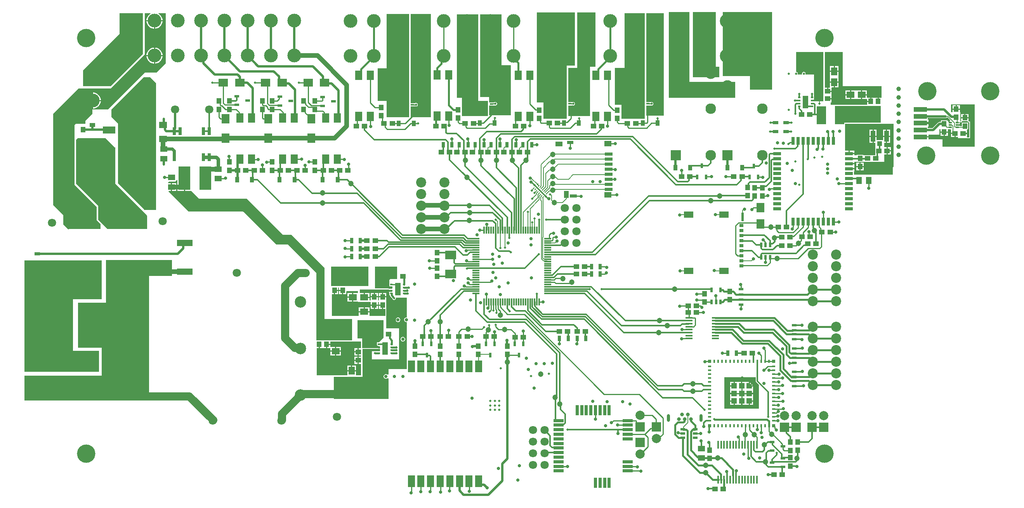
<source format=gtl>
G04*
G04 #@! TF.GenerationSoftware,Altium Limited,Altium Designer,23.0.1 (38)*
G04*
G04 Layer_Physical_Order=1*
G04 Layer_Color=255*
%FSLAX44Y44*%
%MOMM*%
G71*
G04*
G04 #@! TF.SameCoordinates,7681B053-B415-4EDE-A76C-09C314C6D952*
G04*
G04*
G04 #@! TF.FilePolarity,Positive*
G04*
G01*
G75*
%ADD10C,0.2500*%
%ADD12C,0.5000*%
%ADD13C,0.2000*%
%ADD14C,0.3000*%
%ADD15C,1.0000*%
%ADD17C,0.1500*%
%ADD161R,1.6500X0.3500*%
%ADD162R,0.3500X1.6500*%
%ADD163R,0.4500X1.8000*%
%ADD164R,1.1500X1.1000*%
%ADD165R,2.3000X0.7000*%
%ADD166R,0.7000X2.3000*%
%ADD167R,0.8000X1.8000*%
%ADD168R,1.8000X0.8000*%
%ADD169C,1.2000*%
%ADD170R,1.5500X1.0000*%
%ADD171R,1.0000X1.5500*%
%ADD172R,1.5000X0.8000*%
%ADD173R,1.5000X1.3000*%
%ADD174R,1.7500X0.7000*%
%ADD175R,1.4000X0.8000*%
%ADD176R,1.6000X2.0000*%
%ADD177R,2.0000X1.3500*%
%ADD178R,0.5000X1.8900*%
%ADD179R,0.9500X0.6700*%
%ADD180R,3.0000X1.0000*%
%ADD181R,3.0000X4.0000*%
%ADD182R,0.9100X1.2200*%
%ADD183R,0.6000X1.0000*%
G04:AMPARAMS|DCode=184|XSize=0.2mm|YSize=0.45mm|CornerRadius=0mm|HoleSize=0mm|Usage=FLASHONLY|Rotation=315.000|XOffset=0mm|YOffset=0mm|HoleType=Round|Shape=Rectangle|*
%AMROTATEDRECTD184*
4,1,4,-0.2298,-0.0884,0.0884,0.2298,0.2298,0.0884,-0.0884,-0.2298,-0.2298,-0.0884,0.0*
%
%ADD184ROTATEDRECTD184*%

G04:AMPARAMS|DCode=185|XSize=2.8mm|YSize=0.3mm|CornerRadius=0mm|HoleSize=0mm|Usage=FLASHONLY|Rotation=315.000|XOffset=0mm|YOffset=0mm|HoleType=Round|Shape=Rectangle|*
%AMROTATEDRECTD185*
4,1,4,-1.0960,0.8839,-0.8839,1.0960,1.0960,-0.8839,0.8839,-1.0960,-1.0960,0.8839,0.0*
%
%ADD185ROTATEDRECTD185*%

G04:AMPARAMS|DCode=186|XSize=0.3mm|YSize=0.45mm|CornerRadius=0mm|HoleSize=0mm|Usage=FLASHONLY|Rotation=315.000|XOffset=0mm|YOffset=0mm|HoleType=Round|Shape=Rectangle|*
%AMROTATEDRECTD186*
4,1,4,-0.2652,-0.0530,0.0530,0.2652,0.2652,0.0530,-0.0530,-0.2652,-0.2652,-0.0530,0.0*
%
%ADD186ROTATEDRECTD186*%

%ADD187R,0.8000X1.2000*%
%ADD188R,1.1000X1.1500*%
%ADD189R,2.4000X1.9000*%
%ADD190R,1.8000X1.3500*%
%ADD191R,1.8000X3.4000*%
%ADD192R,1.2500X2.7000*%
%ADD193R,0.5000X0.4000*%
%ADD194R,2.0000X4.2000*%
%ADD195R,1.3500X1.8000*%
%ADD196R,1.5000X2.5000*%
%ADD197R,1.0000X0.6000*%
%ADD198R,1.5500X1.2000*%
%ADD199R,1.0000X0.5800*%
%ADD200R,0.8000X0.4000*%
%ADD201R,0.4000X0.8000*%
%ADD202R,0.8000X0.8000*%
%ADD203R,0.8000X0.8000*%
%ADD204R,1.2000X1.2000*%
%ADD205R,1.2000X1.2000*%
%AMCUSTOMSHAPE206*
4,1,5,-0.6000,0.6000,-0.6000,-0.6000,0.6000,-0.6000,0.6000,0.0000,0.0000,0.6000,-0.6000,0.6000,0.0*%
%ADD206CUSTOMSHAPE206*%

%ADD207R,1.5000X0.4500*%
%ADD208R,0.6000X1.1000*%
%ADD209R,1.2000X1.5500*%
%ADD210R,0.6700X0.3000*%
%ADD211R,1.0000X1.0500*%
%ADD212R,1.0500X2.4000*%
%ADD213R,1.2000X0.8000*%
%ADD214R,2.0000X4.0000*%
%ADD215R,1.8000X2.1000*%
%ADD216R,0.7000X0.4000*%
%AMCUSTOMSHAPE217*
4,1,8,-0.8250,-0.7750,-1.3750,-0.7750,-1.3750,-1.1750,-0.8250,-1.1750,-0.8250,-1.4000,1.3750,-1.4000,1.3750,1.4000,-0.8250,1.4000,-0.8250,-0.7750,0.0*%
%ADD217CUSTOMSHAPE217*%

%ADD218R,2.5000X5.1000*%
%ADD219R,3.5000X1.4500*%
%ADD220R,0.8000X1.7000*%
%ADD221R,1.2200X0.9100*%
%ADD222R,2.8000X1.5000*%
%ADD223R,6.6000X6.3000*%
%ADD224R,2.1000X1.8000*%
%ADD225C,0.3810*%
%ADD226C,0.8000*%
%ADD227C,1.8000*%
%ADD228C,2.2000*%
%ADD229C,0.7000*%
%ADD230C,0.4000*%
%ADD231C,2.2000*%
%ADD232C,3.0000*%
%ADD233C,2.3000*%
%ADD234R,2.3000X2.3000*%
%ADD235C,1.0000*%
%ADD236C,1.8000*%
%ADD237C,2.0000*%
%ADD238R,2.0000X2.0000*%
%ADD239O,0.6500X1.6500*%
%ADD240C,0.8000*%
%ADD241C,2.5000*%
%ADD242C,4.0000*%
%ADD243C,0.7000*%
%ADD244C,0.5000*%
G36*
X325000Y955000D02*
X305000Y935000D01*
X280000D01*
X200000Y855000D01*
X165000D01*
Y845000D01*
X150000Y830000D01*
Y823000D01*
X129000D01*
X126000Y820000D01*
Y729071D01*
Y690000D01*
X175000Y641000D01*
Y613000D01*
X183000Y605000D01*
Y594000D01*
X114000D01*
X113000Y593000D01*
X102000Y604000D01*
Y624000D01*
X80000Y646000D01*
Y704000D01*
Y727000D01*
Y845000D01*
X135000Y900000D01*
X205000D01*
X280000Y975000D01*
Y1065000D01*
X292320D01*
X292567Y1063754D01*
X292542Y1063744D01*
X289669Y1061824D01*
X287226Y1059381D01*
X285306Y1056508D01*
X283984Y1053316D01*
X283310Y1049928D01*
Y1049470D01*
X318390D01*
Y1049928D01*
X317716Y1053316D01*
X316394Y1056508D01*
X314474Y1059381D01*
X312031Y1061824D01*
X309158Y1063744D01*
X309133Y1063754D01*
X309380Y1065000D01*
X325000D01*
Y955000D01*
D02*
G37*
G36*
X1525000Y947500D02*
X1532500D01*
Y925000D01*
X1475000D01*
Y1067500D01*
X1525000D01*
Y947500D01*
D02*
G37*
G36*
X275000Y975000D02*
X205000Y905000D01*
X145000D01*
Y940000D01*
X225000Y1020000D01*
Y1065000D01*
X275000D01*
Y975000D01*
D02*
G37*
G36*
X1647500Y897500D02*
X1600000D01*
Y927500D01*
X1540000D01*
Y950000D01*
Y1067500D01*
X1647500D01*
Y897500D01*
D02*
G37*
G36*
X1802000Y905000D02*
X1887000D01*
Y880290D01*
X1880270D01*
Y872000D01*
X1877730D01*
Y880290D01*
X1864270D01*
Y872000D01*
X1863000D01*
Y870730D01*
X1854960D01*
Y865000D01*
X1776000D01*
Y869960D01*
X1777290D01*
Y876730D01*
X1769000D01*
Y879270D01*
X1777290D01*
Y885960D01*
Y892730D01*
X1769000D01*
Y894000D01*
X1767730D01*
Y902040D01*
X1763000D01*
Y980000D01*
X1802000D01*
Y905000D01*
D02*
G37*
G36*
X1467500Y915000D02*
X1567500D01*
Y880000D01*
X1422500D01*
Y1067500D01*
X1467500D01*
Y915000D01*
D02*
G37*
G36*
X1760000Y872625D02*
X1733000D01*
Y876000D01*
X1739000D01*
Y931000D01*
X1721471D01*
X1721000Y931704D01*
Y933296D01*
X1720391Y934766D01*
X1719266Y935891D01*
X1717796Y936500D01*
X1716204D01*
X1714734Y935891D01*
X1713609Y934766D01*
X1713000Y933296D01*
Y931704D01*
X1712529Y931000D01*
X1704471D01*
X1704000Y931704D01*
Y933296D01*
X1703391Y934766D01*
X1702266Y935891D01*
X1700796Y936500D01*
X1700750D01*
Y980000D01*
X1760000D01*
Y872625D01*
D02*
G37*
G36*
X1412000Y881000D02*
Y841000D01*
X1373750D01*
Y863500D01*
X1382000D01*
X1382000Y863500D01*
X1383230Y863404D01*
X1384204Y863000D01*
X1385796D01*
X1387266Y863609D01*
X1388391Y864734D01*
X1389000Y866204D01*
Y867796D01*
X1388391Y869266D01*
X1387266Y870391D01*
X1385796Y871000D01*
X1384204D01*
X1383230Y870596D01*
X1382000Y870500D01*
X1382000Y870500D01*
X1382000Y870500D01*
X1373750D01*
Y1065000D01*
X1412000D01*
Y881000D01*
D02*
G37*
G36*
X1263000Y948000D02*
X1251000D01*
Y840000D01*
X1203000D01*
Y863500D01*
X1211750D01*
Y863500D01*
X1211845Y863563D01*
X1213204Y863000D01*
X1214796D01*
X1216266Y863609D01*
X1217391Y864734D01*
X1218000Y866204D01*
Y867796D01*
X1217391Y869266D01*
X1216266Y870391D01*
X1214796Y871000D01*
X1213204D01*
X1211845Y870437D01*
X1211750Y870500D01*
Y870500D01*
X1203000D01*
Y899000D01*
Y945000D01*
X1223000D01*
Y1066000D01*
X1263000D01*
Y948000D01*
D02*
G37*
G36*
X1058000Y951000D02*
X1078000D01*
Y842000D01*
X1031000D01*
Y863250D01*
X1040750D01*
X1040750Y863250D01*
X1042020Y863491D01*
X1043204Y863000D01*
X1044796D01*
X1046266Y863609D01*
X1047391Y864734D01*
X1048000Y866204D01*
Y867796D01*
X1047391Y869266D01*
X1046266Y870391D01*
X1044796Y871000D01*
X1043204D01*
X1041928Y870471D01*
X1040750Y870250D01*
X1040750Y870250D01*
X1040750Y870250D01*
X1031000D01*
Y882000D01*
X1011000D01*
Y1062000D01*
X1058000D01*
Y951000D01*
D02*
G37*
G36*
X904000Y838000D02*
X860000D01*
Y861250D01*
X867750D01*
Y861250D01*
X868984Y861609D01*
X870454Y861000D01*
X872046D01*
X873516Y861609D01*
X874641Y862734D01*
X875250Y864204D01*
Y865796D01*
X874641Y867266D01*
X873516Y868391D01*
X872046Y869000D01*
X870454D01*
X868984Y868391D01*
X868968Y868375D01*
X867750Y868250D01*
Y868250D01*
X860000D01*
Y1063000D01*
X904000D01*
Y838000D01*
D02*
G37*
G36*
X1007000Y873000D02*
X1028000D01*
Y840000D01*
X971000D01*
Y880000D01*
X960000D01*
Y1062000D01*
X1007000D01*
Y873000D01*
D02*
G37*
G36*
X856000Y838000D02*
X807000D01*
Y873000D01*
X788000D01*
Y944000D01*
X807000D01*
Y1063000D01*
X856000D01*
Y838000D01*
D02*
G37*
G36*
X1370000Y840000D02*
Y834000D01*
X1319000D01*
Y865000D01*
X1305000D01*
Y945000D01*
X1326000D01*
Y1065000D01*
X1370000D01*
Y840000D01*
D02*
G37*
G36*
X1218000Y950000D02*
X1200000D01*
Y841000D01*
Y834000D01*
X1149000D01*
Y870000D01*
X1135000D01*
Y1066000D01*
X1218000D01*
Y950000D01*
D02*
G37*
G36*
X2036792Y830963D02*
X2036306Y829790D01*
X2030976D01*
X2030000Y830500D01*
X2030000Y830500D01*
X2030000Y830500D01*
X2016000D01*
Y827328D01*
X2012750D01*
X2011189Y827018D01*
X2009866Y826134D01*
X2009866Y826134D01*
X1997561Y813828D01*
X1987750D01*
Y816250D01*
X1988498Y817210D01*
X1988790D01*
Y823480D01*
X1971250D01*
Y826020D01*
X1988790D01*
Y832290D01*
X1988498D01*
X1987750Y833250D01*
Y835672D01*
X2026000D01*
X2027561Y835982D01*
X2028884Y836866D01*
X2029125Y837227D01*
X2030445Y837310D01*
X2036792Y830963D01*
D02*
G37*
G36*
X2074916Y828250D02*
X2075392Y827102D01*
X2076540Y826626D01*
X2078127D01*
Y793624D01*
X2074067D01*
X2073040Y794210D01*
X2073040Y794894D01*
Y800980D01*
X2064750D01*
Y803520D01*
X2073040D01*
Y809980D01*
X2073040Y810290D01*
X2073788Y811250D01*
X2075500D01*
Y825750D01*
X2061500D01*
Y818299D01*
X2057290D01*
Y819480D01*
X2051400D01*
Y822020D01*
X2057290D01*
Y824790D01*
X2056250D01*
Y826295D01*
X2057520Y826929D01*
X2058250Y826626D01*
X2060460D01*
X2061608Y827102D01*
X2062084Y828250D01*
Y829250D01*
X2074916D01*
Y828250D01*
D02*
G37*
G36*
X1885000Y826000D02*
X1785000D01*
Y862000D01*
X1885000D01*
Y826000D01*
D02*
G37*
G36*
X2089500Y773500D02*
X2019500D01*
Y789750D01*
X1988790D01*
Y793480D01*
X1971250D01*
Y796020D01*
X1988790D01*
Y799750D01*
X2013000D01*
Y811250D01*
X2014960D01*
Y806520D01*
X2023000D01*
Y805250D01*
D01*
Y806520D01*
X2031040D01*
Y811250D01*
X2037712D01*
X2038460Y810290D01*
Y803520D01*
X2046750D01*
Y802250D01*
X2048020D01*
Y794210D01*
X2053000D01*
Y792000D01*
X2079750D01*
Y828250D01*
X2076540D01*
Y835230D01*
X2068500D01*
X2060460D01*
Y828250D01*
X2058250D01*
Y849000D01*
X2057326D01*
Y854194D01*
X2049286D01*
X2041246D01*
Y849000D01*
X2038000D01*
Y865500D01*
X2089500D01*
Y773500D01*
D02*
G37*
G36*
X1913000Y731019D02*
X1912645Y730556D01*
X1911335Y727394D01*
X1910888Y724000D01*
X1910941D01*
X1910941Y724000D01*
Y712000D01*
X1826250D01*
Y718960D01*
X1827290D01*
Y724230D01*
X1815750D01*
Y726770D01*
X1827290D01*
Y729960D01*
Y735230D01*
X1815750D01*
Y737770D01*
X1827290D01*
Y740500D01*
X1892750D01*
Y756210D01*
X1897230D01*
Y764250D01*
Y772290D01*
X1892750D01*
Y781460D01*
X1896230D01*
Y794730D01*
X1889710D01*
Y787750D01*
X1875790D01*
Y794730D01*
X1869270D01*
Y781460D01*
X1873250D01*
Y771250D01*
Y757250D01*
Y755000D01*
X1866750D01*
Y754500D01*
X1863250D01*
Y755000D01*
X1848750D01*
Y754500D01*
X1846750D01*
Y755250D01*
X1832750D01*
Y754500D01*
X1827290D01*
Y757230D01*
X1815750D01*
Y758500D01*
X1814480D01*
Y765040D01*
X1806750D01*
Y823000D01*
X1913000D01*
Y731019D01*
D02*
G37*
G36*
X367270Y676960D02*
X381040D01*
X382011Y676239D01*
X398250Y660000D01*
X502000D01*
X581000Y581000D01*
X599750D01*
X671250Y509500D01*
Y397000D01*
X732000D01*
Y351000D01*
X654000D01*
Y383000D01*
Y498000D01*
X592250Y559750D01*
X566250D01*
X494000Y632000D01*
X375250D01*
X331560Y675690D01*
X332086Y676960D01*
X336730D01*
Y685500D01*
Y694040D01*
X330500D01*
Y695500D01*
X332000Y697000D01*
X346000D01*
X349787Y700787D01*
X350960Y700301D01*
Y676960D01*
X364730D01*
Y705000D01*
X367270D01*
Y676960D01*
D02*
G37*
G36*
X304000Y912000D02*
Y694000D01*
Y635000D01*
X278447D01*
X221000Y694000D01*
Y824000D01*
X207000Y838000D01*
Y855000D01*
X277000Y925000D01*
X291000D01*
X304000Y912000D01*
D02*
G37*
G36*
X215000Y771000D02*
Y693000D01*
X285000Y623000D01*
Y594000D01*
X198000D01*
X178000Y614000D01*
Y645000D01*
X130000Y693000D01*
Y789000D01*
X133000Y792000D01*
X194000D01*
X215000Y771000D01*
D02*
G37*
G36*
X767000Y469000D02*
X686000D01*
Y512000D01*
X767000D01*
Y469000D01*
D02*
G37*
G36*
X830000Y485000D02*
X815000D01*
X813000Y483000D01*
Y469000D01*
X813247D01*
Y468943D01*
X820000D01*
Y464000D01*
X782000D01*
Y512000D01*
X830000D01*
Y485000D01*
D02*
G37*
G36*
X703207Y460963D02*
X711247D01*
Y459693D01*
X712517D01*
Y451403D01*
X719287D01*
Y457862D01*
X720500Y458000D01*
Y458000D01*
X744750D01*
Y454483D01*
X734517D01*
Y445193D01*
Y435903D01*
X744750D01*
Y434500D01*
X772207D01*
Y428963D01*
X780247D01*
X788287D01*
Y434500D01*
X790207D01*
Y428963D01*
X798247D01*
Y427693D01*
X799517D01*
Y419403D01*
X804750D01*
Y404000D01*
X770723D01*
X769540Y404210D01*
X769540Y405270D01*
Y412230D01*
X758000D01*
X746460D01*
X746460Y404210D01*
X745277Y404000D01*
X687750D01*
Y451403D01*
X691977D01*
Y459693D01*
X693247D01*
Y460963D01*
X701287D01*
Y466000D01*
X703207D01*
Y460963D01*
D02*
G37*
G36*
X800000Y357000D02*
X790000Y347000D01*
X786000D01*
Y341000D01*
Y339000D01*
X788000D01*
X789000Y338000D01*
X792000D01*
Y334000D01*
X754000D01*
Y355000D01*
X744000D01*
Y395000D01*
X800000D01*
Y357000D01*
D02*
G37*
G36*
X751000Y333540D02*
X746270D01*
Y325500D01*
Y317460D01*
X751000D01*
Y315540D01*
X746270D01*
Y307500D01*
Y299460D01*
X751000D01*
Y275000D01*
X739790D01*
Y283230D01*
X730500D01*
X721210D01*
Y275000D01*
X655000D01*
Y333710D01*
X658730D01*
Y342000D01*
X661270D01*
Y333710D01*
X674730D01*
Y342000D01*
X676000D01*
Y343270D01*
X684040D01*
Y348000D01*
X751000D01*
Y333540D01*
D02*
G37*
G36*
X812207Y460713D02*
X817247D01*
Y458173D01*
X812207D01*
Y454903D01*
X813247D01*
Y449443D01*
X814370D01*
Y448908D01*
X814635Y447579D01*
X815387Y446453D01*
X817840Y444000D01*
X819581Y442260D01*
X820109Y440984D01*
X821234Y439859D01*
X822704Y439250D01*
X824296D01*
X825766Y439859D01*
X826891Y440984D01*
X827500Y442454D01*
Y444000D01*
X851000D01*
Y401000D01*
X849255D01*
X847418Y400239D01*
X846011Y398832D01*
X845250Y396995D01*
Y395005D01*
X846011Y393168D01*
X847418Y391761D01*
X849255Y391000D01*
X851000D01*
Y288000D01*
X811000D01*
Y276000D01*
X808571D01*
X808332Y276239D01*
X806495Y277000D01*
X804505D01*
X802668Y276239D01*
X801261Y274832D01*
X800500Y272995D01*
Y271005D01*
X801261Y269168D01*
X802668Y267761D01*
X803252Y267519D01*
X803250Y267500D01*
X803298D01*
X804505Y267000D01*
X806495D01*
X807702Y267500D01*
X811000D01*
Y223000D01*
X692000D01*
Y271000D01*
X755000D01*
Y296040D01*
Y299460D01*
Y332000D01*
X793000D01*
Y327000D01*
X775000D01*
Y309000D01*
X834000D01*
Y377000D01*
X806000D01*
Y403098D01*
X806374Y404000D01*
Y419403D01*
X806000Y420305D01*
Y437403D01*
X806287D01*
Y438000D01*
Y444423D01*
X798247D01*
X790207D01*
Y438000D01*
X788287D01*
Y444423D01*
X780247D01*
X772207D01*
Y438000D01*
X769540D01*
Y443230D01*
X758000D01*
Y444500D01*
X756730D01*
Y453790D01*
X749000D01*
Y462000D01*
X812207D01*
Y460713D01*
D02*
G37*
G36*
X186000Y441000D02*
X123000D01*
Y328000D01*
X180000D01*
Y282000D01*
X17000D01*
Y525000D01*
X186000D01*
Y441000D01*
D02*
G37*
G36*
X339000Y491000D02*
X289000D01*
Y220000D01*
X17000D01*
Y274000D01*
X186000D01*
Y335000D01*
X134000D01*
Y433000D01*
X195000D01*
Y526000D01*
X339000D01*
Y491000D01*
D02*
G37*
G36*
X1612441Y262250D02*
X1612441Y262250D01*
X1612674Y261079D01*
X1613337Y260087D01*
X1619250Y254174D01*
Y202250D01*
X1544000D01*
Y270250D01*
X1612441D01*
Y262250D01*
D02*
G37*
%LPC*%
G36*
X318390Y1046930D02*
X302120D01*
Y1030660D01*
X302577D01*
X305966Y1031334D01*
X309158Y1032656D01*
X312031Y1034576D01*
X314474Y1037019D01*
X316394Y1039892D01*
X317716Y1043084D01*
X318390Y1046472D01*
Y1046930D01*
D02*
G37*
G36*
X299580D02*
X283310D01*
Y1046472D01*
X283984Y1043084D01*
X285306Y1039892D01*
X287226Y1037019D01*
X289669Y1034576D01*
X292542Y1032656D01*
X295734Y1031334D01*
X299123Y1030660D01*
X299580D01*
Y1046930D01*
D02*
G37*
G36*
X302577Y989540D02*
X302120D01*
Y973270D01*
X318390D01*
Y973727D01*
X317716Y977116D01*
X316394Y980308D01*
X314474Y983181D01*
X312031Y985624D01*
X309158Y987544D01*
X305966Y988866D01*
X302577Y989540D01*
D02*
G37*
G36*
X299580D02*
X299123D01*
X295734Y988866D01*
X292542Y987544D01*
X289669Y985624D01*
X287226Y983181D01*
X285306Y980308D01*
X283984Y977116D01*
X283310Y973727D01*
Y973270D01*
X299580D01*
Y989540D01*
D02*
G37*
G36*
X318390Y970730D02*
X302120D01*
Y954460D01*
X302577D01*
X305966Y955134D01*
X309158Y956456D01*
X312031Y958376D01*
X314474Y960819D01*
X316394Y963692D01*
X317716Y966884D01*
X318390Y970273D01*
Y970730D01*
D02*
G37*
G36*
X299580D02*
X283310D01*
Y970273D01*
X283984Y966884D01*
X285306Y963692D01*
X287226Y960819D01*
X289669Y958376D01*
X292542Y956456D01*
X295734Y955134D01*
X299123Y954460D01*
X299580D01*
Y970730D01*
D02*
G37*
G36*
X167728Y891540D02*
X167270D01*
Y875270D01*
X183540D01*
Y875727D01*
X182866Y879116D01*
X181544Y882308D01*
X179624Y885181D01*
X177181Y887624D01*
X174308Y889544D01*
X171116Y890866D01*
X167728Y891540D01*
D02*
G37*
G36*
X183540Y872730D02*
X167270D01*
Y856460D01*
X167728D01*
X171116Y857134D01*
X174308Y858456D01*
X177181Y860376D01*
X179624Y862819D01*
X181544Y865692D01*
X182866Y868884D01*
X183540Y872272D01*
Y872730D01*
D02*
G37*
G36*
X1792790Y949540D02*
X1784770D01*
Y939270D01*
X1792790D01*
Y949540D01*
D02*
G37*
G36*
X1782230D02*
X1774210D01*
Y939270D01*
X1782230D01*
Y949540D01*
D02*
G37*
G36*
X1792790Y936730D02*
X1774210D01*
Y926810D01*
X1774210Y926460D01*
Y925540D01*
X1774210Y925190D01*
Y915270D01*
X1792790D01*
Y925190D01*
X1792790Y925540D01*
Y926460D01*
X1792790Y926810D01*
Y936730D01*
D02*
G37*
G36*
Y912730D02*
X1784770D01*
Y902460D01*
X1792790D01*
Y912730D01*
D02*
G37*
G36*
X1782230D02*
X1774210D01*
Y903310D01*
X1774210Y902460D01*
X1773114Y902040D01*
X1770270D01*
Y895270D01*
X1777290D01*
Y901190D01*
X1777290Y902040D01*
X1778386Y902460D01*
X1782230D01*
Y912730D01*
D02*
G37*
G36*
X1844270Y895790D02*
Y887770D01*
X1854540D01*
Y895790D01*
X1844270D01*
D02*
G37*
G36*
X1817730D02*
X1807460D01*
Y887770D01*
X1817730D01*
Y895790D01*
D02*
G37*
G36*
Y885230D02*
X1807460D01*
Y877210D01*
X1817730D01*
Y885230D01*
D02*
G37*
G36*
X1831460Y895790D02*
X1830540D01*
X1830190Y895790D01*
X1820270D01*
Y886500D01*
Y877210D01*
X1830190D01*
X1830540Y877210D01*
X1831460D01*
X1831810Y877210D01*
X1841730D01*
Y886500D01*
Y895790D01*
X1831810D01*
X1831460Y895790D01*
D02*
G37*
G36*
X1854540Y885230D02*
X1844270D01*
Y877210D01*
X1853690D01*
X1854540Y877210D01*
X1854960Y876114D01*
Y873270D01*
X1861730D01*
Y880290D01*
X1855810D01*
X1854960Y880290D01*
X1854540Y881386D01*
Y885230D01*
D02*
G37*
G36*
X2057326Y863754D02*
X2050556D01*
Y856734D01*
X2057326D01*
Y863754D01*
D02*
G37*
G36*
X2048016D02*
X2041246D01*
Y856734D01*
X2048016D01*
Y863754D01*
D02*
G37*
G36*
X2076540Y844790D02*
X2069770D01*
Y837770D01*
X2076540D01*
Y844790D01*
D02*
G37*
G36*
X2067230D02*
X2060460D01*
Y837770D01*
X2067230D01*
Y844790D01*
D02*
G37*
G36*
X2031040Y803980D02*
X2024270D01*
Y796960D01*
X2031040D01*
Y803980D01*
D02*
G37*
G36*
X2021730D02*
X2014960D01*
Y796960D01*
X2021730D01*
Y803980D01*
D02*
G37*
G36*
X2045480Y800980D02*
X2038460D01*
Y794210D01*
X2045480D01*
Y800980D01*
D02*
G37*
G36*
X1875790Y810540D02*
X1869270D01*
Y797270D01*
X1875790D01*
Y810540D01*
D02*
G37*
G36*
X1866730D02*
X1860210D01*
Y797270D01*
X1866730D01*
Y810540D01*
D02*
G37*
G36*
X1905290D02*
X1898770D01*
Y797270D01*
X1905290D01*
Y810540D01*
D02*
G37*
G36*
X1896230D02*
X1889710D01*
Y797270D01*
X1896230D01*
Y810540D01*
D02*
G37*
G36*
X1905290Y794730D02*
X1898770D01*
Y781460D01*
X1905290D01*
Y794730D01*
D02*
G37*
G36*
X1866730Y794730D02*
X1860210D01*
Y781460D01*
X1866730D01*
Y794730D01*
D02*
G37*
G36*
X1906790Y772290D02*
X1899770D01*
Y765520D01*
X1906790D01*
Y772290D01*
D02*
G37*
G36*
X1827290Y765040D02*
X1817020D01*
Y759770D01*
X1827290D01*
Y765040D01*
D02*
G37*
G36*
X1906790Y762980D02*
X1899770D01*
Y756210D01*
X1906790D01*
Y762980D01*
D02*
G37*
G36*
X1847790Y738290D02*
X1841020D01*
Y731270D01*
X1847790D01*
Y738290D01*
D02*
G37*
G36*
X1838480D02*
X1831710D01*
Y731270D01*
X1838480D01*
Y738290D01*
D02*
G37*
G36*
X1847790Y728730D02*
X1841020D01*
Y721710D01*
X1847790D01*
Y728730D01*
D02*
G37*
G36*
X1838480D02*
X1831710D01*
Y721710D01*
X1838480D01*
Y728730D01*
D02*
G37*
G36*
X348290Y694040D02*
X339270D01*
Y686770D01*
X348290D01*
Y694040D01*
D02*
G37*
G36*
Y684230D02*
X339270D01*
Y676960D01*
X348290D01*
Y684230D01*
D02*
G37*
G36*
X709977Y458423D02*
X703207D01*
Y451403D01*
X709977D01*
Y458423D01*
D02*
G37*
G36*
X701287Y458423D02*
X694517D01*
Y451403D01*
X701287D01*
Y458423D01*
D02*
G37*
G36*
X731977Y454483D02*
X721707D01*
Y446463D01*
X731977D01*
Y454483D01*
D02*
G37*
G36*
Y443923D02*
X721707D01*
Y435903D01*
X731977D01*
Y443923D01*
D02*
G37*
G36*
X796977Y426423D02*
X790207D01*
Y419403D01*
X796977D01*
Y426423D01*
D02*
G37*
G36*
X788287Y426423D02*
X781517D01*
Y419403D01*
X788287D01*
Y426423D01*
D02*
G37*
G36*
X778977D02*
X772207D01*
Y419403D01*
X778977D01*
Y426423D01*
D02*
G37*
G36*
X769540Y422790D02*
X759270D01*
Y414770D01*
X769540D01*
Y422790D01*
D02*
G37*
G36*
X756730D02*
X746460D01*
Y414770D01*
X756730D01*
Y422790D01*
D02*
G37*
G36*
X697270Y336790D02*
Y328770D01*
X707540D01*
Y336790D01*
X697270D01*
D02*
G37*
G36*
X684040Y340730D02*
X677270D01*
Y333710D01*
X683190D01*
X684040Y333710D01*
X684460Y332614D01*
Y328770D01*
X694730D01*
Y336790D01*
X685310D01*
X684460Y336790D01*
X684040Y337886D01*
Y340730D01*
D02*
G37*
G36*
X743730Y333540D02*
X736710D01*
Y326770D01*
X743730D01*
Y333540D01*
D02*
G37*
G36*
X707540Y326230D02*
X697270D01*
Y318210D01*
X707540D01*
Y326230D01*
D02*
G37*
G36*
X694730D02*
X684460D01*
Y318210D01*
X694730D01*
Y326230D01*
D02*
G37*
G36*
X743730Y324230D02*
X736710D01*
Y317460D01*
X743730D01*
Y324230D01*
D02*
G37*
G36*
Y315540D02*
X736710D01*
Y308770D01*
X743730D01*
Y315540D01*
D02*
G37*
G36*
Y306230D02*
X736710D01*
Y299460D01*
X743730D01*
Y306230D01*
D02*
G37*
G36*
X739790Y296040D02*
X731770D01*
Y285770D01*
X739790D01*
Y296040D01*
D02*
G37*
G36*
X729230D02*
X721210D01*
Y285770D01*
X729230D01*
Y296040D01*
D02*
G37*
G36*
X788287Y453983D02*
X781517D01*
Y446963D01*
X788287D01*
Y453983D01*
D02*
G37*
G36*
X778977D02*
X772207D01*
Y446963D01*
X778977D01*
Y453983D01*
D02*
G37*
G36*
X806287D02*
X799517D01*
Y446963D01*
X806287D01*
Y453983D01*
D02*
G37*
G36*
X796977D02*
X790207D01*
Y446963D01*
X796977D01*
Y453983D01*
D02*
G37*
G36*
X769540Y453790D02*
X759270D01*
Y445770D01*
X769540D01*
Y453790D01*
D02*
G37*
G36*
X832995Y400500D02*
X831005D01*
X829168Y399739D01*
X827761Y398332D01*
X827000Y396495D01*
Y394505D01*
X827761Y392668D01*
X829168Y391261D01*
X831005Y390500D01*
X832995D01*
X834832Y391261D01*
X836239Y392668D01*
X837000Y394505D01*
Y396495D01*
X836239Y398332D01*
X834832Y399739D01*
X832995Y400500D01*
D02*
G37*
G36*
X843495Y358500D02*
X841505D01*
X839668Y357739D01*
X838261Y356332D01*
X837500Y354495D01*
Y352505D01*
X838261Y350668D01*
X839668Y349261D01*
X841505Y348500D01*
X843495D01*
X845332Y349261D01*
X846739Y350668D01*
X847500Y352505D01*
Y354495D01*
X846739Y356332D01*
X845332Y357739D01*
X843495Y358500D01*
D02*
G37*
G36*
X1596730Y260090D02*
X1592000D01*
X1591009Y259893D01*
X1590169Y259331D01*
X1590040Y259139D01*
Y260040D01*
X1582770D01*
Y251500D01*
X1580230D01*
Y260040D01*
X1566270D01*
Y251500D01*
X1565000D01*
Y250230D01*
X1556460D01*
Y242960D01*
Y236270D01*
X1565000D01*
Y233730D01*
X1556460D01*
Y226460D01*
Y219770D01*
X1565000D01*
Y218500D01*
X1566270D01*
Y209960D01*
X1580230D01*
Y218500D01*
X1582770D01*
Y209960D01*
X1596730D01*
Y218500D01*
X1598000D01*
Y219770D01*
X1606540D01*
Y226460D01*
Y233730D01*
X1598000D01*
Y236270D01*
X1606540D01*
Y243540D01*
X1605638D01*
X1605831Y243669D01*
X1606393Y244509D01*
X1606590Y245500D01*
Y250230D01*
X1598000D01*
Y251500D01*
X1596730D01*
Y260090D01*
D02*
G37*
G36*
X1599270Y259706D02*
Y252770D01*
X1606206D01*
X1605831Y253331D01*
X1599831Y259331D01*
X1599270Y259706D01*
D02*
G37*
G36*
X1563730Y260040D02*
X1556460D01*
Y252770D01*
X1563730D01*
Y260040D01*
D02*
G37*
G36*
X1606540Y217230D02*
X1599270D01*
Y209960D01*
X1606540D01*
Y217230D01*
D02*
G37*
G36*
X1563730Y217230D02*
X1556460D01*
Y209960D01*
X1563730D01*
Y217230D01*
D02*
G37*
%LPD*%
D10*
X1753965Y589535D02*
X1756250Y587250D01*
X1748250Y610000D02*
X1750277Y607973D01*
X1753965Y589535D02*
Y595036D01*
X1750277Y598723D02*
Y607973D01*
Y598723D02*
X1753965Y595036D01*
X1574000Y138782D02*
Y140000D01*
X1575750Y122750D02*
Y137032D01*
X1574000Y138782D02*
X1575750Y137032D01*
X1595250Y96218D02*
Y122750D01*
Y96218D02*
X1596750Y94718D01*
Y93500D02*
Y94718D01*
X1610375Y143907D02*
Y146875D01*
X1614750Y122750D02*
Y139532D01*
X1610375Y143907D02*
X1614750Y139532D01*
X1598500Y155000D02*
Y165000D01*
Y155000D02*
X1608500Y145000D01*
X1589500Y145500D02*
Y164500D01*
Y145500D02*
X1589750Y145250D01*
X1589500Y164500D02*
X1590000Y165000D01*
X1588750Y144250D02*
X1589750Y145250D01*
X1588750Y122750D02*
Y144250D01*
X1581500Y235000D02*
X1612000D01*
X1539250Y323000D02*
X1551250D01*
X1501250Y305000D02*
X1511500D01*
X1581500Y205750D02*
Y235000D01*
X1550000Y235000D02*
X1581500D01*
X1550000Y218500D02*
X1565000D01*
X1262250Y179000D02*
Y198500D01*
X1311250Y166500D02*
X1333052D01*
Y76000D02*
X1354000D01*
X1333052Y66000D02*
X1361750D01*
X1182052Y76000D02*
X1201250D01*
X944000Y22000D02*
Y43733D01*
X987250Y21500D02*
Y43733D01*
X924500Y19750D02*
Y43733D01*
X902913Y20500D02*
Y43733D01*
X881913Y20250D02*
Y43733D01*
X860913Y18500D02*
Y43733D01*
X1205429Y475000D02*
X1208429Y478000D01*
X1176000Y475000D02*
X1205429D01*
X1173000Y478000D02*
X1176000Y475000D01*
X1208429Y478000D02*
X1211000D01*
X1158250D02*
X1173000D01*
X1190750Y486000D02*
X1191250Y485500D01*
X1175750Y486000D02*
X1190750D01*
X1172750Y483000D02*
X1175750Y486000D01*
X1642500Y598000D02*
X1658250D01*
X1703875Y561375D02*
X1711214Y568714D01*
Y574964D01*
X1700250Y557750D02*
X1703875Y561375D01*
X1726350Y551350D02*
X1751350D01*
X1755250Y555250D01*
Y586000D01*
X1728250Y579000D02*
X1730750Y576500D01*
X1728250Y579000D02*
Y588250D01*
X1683500Y529500D02*
X1704500D01*
X1726350Y551350D01*
X1645000Y529500D02*
X1683500D01*
X1643250Y531250D02*
Y532000D01*
Y531250D02*
X1645000Y529500D01*
X1647750Y147250D02*
X1670215Y124785D01*
Y120786D02*
Y124785D01*
Y120786D02*
X1671500Y119500D01*
Y113000D02*
Y119500D01*
X1646750Y146250D02*
Y146468D01*
X1641000Y152218D02*
X1646750Y146468D01*
X1641000Y152218D02*
Y162905D01*
X1045000Y418425D02*
X1046750Y416675D01*
X1045000Y418425D02*
Y434750D01*
X1046750Y411250D02*
Y416675D01*
X1055214Y406535D02*
Y414535D01*
X1050000Y419750D02*
X1055214Y414535D01*
Y406535D02*
X1055500Y406250D01*
X1030403Y376903D02*
Y382477D01*
X1031000Y383074D02*
Y383750D01*
X1030403Y382477D02*
X1031000Y383074D01*
X1027750Y374250D02*
X1030403Y376903D01*
X1028500Y373250D02*
Y373500D01*
X1023500Y343000D02*
Y368250D01*
X1028500Y373500D02*
X1029000Y374000D01*
X1023500Y368250D02*
X1028500Y373250D01*
X1568500Y601250D02*
X1574850Y607600D01*
X1568500Y539750D02*
Y601250D01*
X1574850Y607600D02*
X1619650D01*
X1629250Y598000D01*
X1572750Y535500D02*
X1581250D01*
X1568500Y539750D02*
X1572750Y535500D01*
X1581750Y514000D02*
X1636750D01*
X1581250Y513500D02*
X1581750Y514000D01*
X1161500Y580782D02*
X1164968Y584250D01*
X1171000D01*
X1161500Y573500D02*
Y580782D01*
X1158250Y568000D02*
X1158750Y568500D01*
X1167639D02*
X1169250Y570111D01*
Y574286D01*
X1170714Y575750D02*
X1176750D01*
X1158750Y568500D02*
X1167639D01*
X1169250Y574286D02*
X1170714Y575750D01*
X1158250Y573000D02*
X1161000D01*
X1161500Y573500D01*
X2058500Y820750D02*
Y821250D01*
X2051400Y820750D02*
X2058500D01*
X2031378Y830972D02*
Y831722D01*
X2030900Y832200D02*
X2031378Y831722D01*
Y830972D02*
X2034500Y827850D01*
Y826000D02*
Y827850D01*
Y826000D02*
X2034750Y825750D01*
X2036600D01*
X2074553Y802197D02*
X2074750Y802000D01*
X2064750Y802250D02*
X2064803Y802197D01*
X2074553D01*
X1025000Y434750D02*
Y451500D01*
X1025000Y451500D01*
X440000Y703500D02*
X453282D01*
X454782Y705000D01*
X456000D01*
X1158271Y660861D02*
X1160139D01*
X1154526Y664606D02*
X1158271Y660861D01*
X1160139D02*
X1161000Y660000D01*
X1123132Y696000D02*
X1129777Y689354D01*
X1122000Y696000D02*
X1123132D01*
X1129777Y689354D02*
X1142152Y676980D01*
X1154526Y664606D01*
X817247Y472443D02*
X830057D01*
X831250Y471250D01*
X1651500Y165000D02*
X1653518Y162982D01*
Y158715D02*
Y162982D01*
Y158715D02*
X1657000Y155232D01*
Y155000D02*
Y155232D01*
X1551500Y251500D02*
X1565000D01*
X1551000Y252000D02*
X1551500Y251500D01*
X1598000Y218500D02*
X1611500D01*
X1612000Y218000D01*
X1632500Y305000D02*
Y329500D01*
X1630861Y331139D02*
X1632500Y329500D01*
X1630861Y331139D02*
Y332639D01*
X1630000Y333500D02*
X1630861Y332639D01*
X1641000Y305000D02*
X1651500D01*
X1632500D02*
X1641000D01*
X1638500Y294500D02*
X1651500D01*
X1630000Y286000D02*
X1638500Y294500D01*
X1641000Y286000D02*
X1651500D01*
X1641000Y286000D02*
X1641000Y286000D01*
X1651500Y277500D02*
X1662500D01*
X1663000Y277000D01*
X1671000Y269000D02*
X1671000Y269000D01*
X1651500Y269000D02*
X1671000D01*
X1661500Y260500D02*
X1662000Y260000D01*
X1651500Y260500D02*
X1661500D01*
X1669782Y253000D02*
X1671000D01*
X1668782Y252000D02*
X1669782Y253000D01*
X1651500Y252000D02*
X1668782D01*
X1661500Y243500D02*
X1662000Y243000D01*
X1651500Y243500D02*
X1661500D01*
X1651500Y235000D02*
X1671000D01*
X1661500Y226500D02*
X1662000Y226000D01*
X1651500Y226500D02*
X1661500D01*
X1651500Y218000D02*
X1671500D01*
X1661000Y209500D02*
X1661250Y209750D01*
X1651500Y209500D02*
X1661000D01*
X1651500Y201000D02*
X1671500D01*
X1672000Y201500D01*
X1660457Y195500D02*
X1661000D01*
X1651500Y192500D02*
X1657457D01*
X1660457Y195500D01*
X1651500Y184000D02*
X1652250Y184750D01*
X1659500D01*
X1660250Y185500D01*
X1651625Y175375D02*
X1660625D01*
X1660750Y175250D01*
X1651500Y175500D02*
X1651625Y175375D01*
X1624000Y305000D02*
Y317750D01*
X1619000Y322750D02*
X1624000Y317750D01*
X1302000Y176000D02*
X1333052D01*
X1297000Y171000D02*
X1302000Y176000D01*
X1395250Y137000D02*
X1399986D01*
X1404583Y141598D02*
X1405098D01*
X1409750Y146250D02*
Y181750D01*
X1399986Y137000D02*
X1404583Y141598D01*
X1405098D02*
X1409750Y146250D01*
X1395050Y162400D02*
Y178700D01*
X1382764Y158935D02*
X1395250D01*
Y162400D01*
X1360000Y162360D02*
X1362300D01*
X1350408Y176000D02*
X1351873Y174536D01*
Y170487D02*
X1360000Y162360D01*
X1333052Y176000D02*
X1350408D01*
X1351873Y170487D02*
Y174536D01*
X1581500Y235000D02*
Y251500D01*
X1581500D01*
X1606873Y256374D02*
X1607500Y257000D01*
X1598000Y251500D02*
X1602874Y256374D01*
X1606873D01*
X1550000Y218500D02*
Y219250D01*
X1501250Y304250D02*
Y305000D01*
X1539250Y323000D02*
Y323250D01*
X1858750Y683000D02*
Y700000D01*
Y683000D02*
X1859000Y682750D01*
X1793750Y692500D02*
X1793750Y692500D01*
X1815750D01*
X1579250Y472500D02*
X1579750Y472000D01*
Y462350D02*
Y472000D01*
Y419750D02*
Y428900D01*
Y419750D02*
X1580000Y419500D01*
X1524750Y435250D02*
X1525500Y434500D01*
X1524750Y435250D02*
Y448250D01*
X1483750Y451750D02*
X1484968D01*
X1485968Y452750D02*
X1500750D01*
X1484968Y451750D02*
X1485968Y452750D01*
X1484000Y438500D02*
X1497000D01*
X1500750Y434750D01*
X1501000Y434500D02*
X1516000D01*
X1500750Y434750D02*
X1501000Y434500D01*
X1482750Y426250D02*
X1491457D01*
X1494707Y423000D01*
X1495000D01*
X1497250Y412000D02*
X1497750Y411500D01*
X1482750Y412000D02*
X1497250D01*
X1451000Y354750D02*
X1466500D01*
X1450750Y354500D02*
X1451000Y354750D01*
X1451250Y374750D02*
X1451750Y374250D01*
X1466500D01*
X1480464Y384715D02*
Y398786D01*
X1476500Y380750D02*
X1480464Y384715D01*
X1466500Y380750D02*
X1476500D01*
X1479000Y400250D02*
X1480464Y398786D01*
X1466500Y400250D02*
X1479000D01*
X1464750Y412000D02*
X1466500Y410250D01*
Y400250D02*
Y410250D01*
X1464750Y412000D02*
Y426250D01*
X1447250D02*
X1464750D01*
X1446750Y425750D02*
X1447250Y426250D01*
X900750Y508750D02*
X901250Y508250D01*
X917250D01*
X900500Y524500D02*
X901000Y524000D01*
X917250D01*
X1282782Y496000D02*
X1285032Y498250D01*
X1286250D01*
X1272750Y496000D02*
X1282782D01*
X1285213Y511319D02*
X1286282Y510250D01*
X1272756Y511319D02*
X1285213D01*
X1286282Y510250D02*
X1287500D01*
X1627250Y707000D02*
X1627750Y706500D01*
X1617750Y707000D02*
X1627250D01*
X1643218Y680500D02*
X1644218Y681500D01*
X1642000Y680500D02*
X1643218D01*
X1644218Y681500D02*
X1658750D01*
X1626500Y666000D02*
X1637750D01*
X1638250Y666500D01*
X1607500Y640500D02*
X1622750D01*
X1603500Y636500D02*
X1607500Y640500D01*
X1633500Y521000D02*
X1633750Y521250D01*
Y532000D01*
X1643250Y520500D02*
Y532000D01*
X1636750Y514000D02*
X1643250Y520500D01*
X1628250Y570000D02*
X1632464Y565785D01*
Y560785D02*
X1633750Y559500D01*
X1632464Y560785D02*
Y565785D01*
X1691500Y595468D02*
X1693250Y597218D01*
Y610000D01*
X1691500Y594250D02*
Y595468D01*
X1774500Y587250D02*
X1786500D01*
X1786500Y587250D01*
X1759250Y629750D02*
X1759500Y630000D01*
X1759250Y610000D02*
Y629750D01*
X1781250Y610000D02*
X1781750Y609500D01*
X1793750D01*
X1547500Y708250D02*
X1564250D01*
X1547250Y708500D02*
X1547500Y708250D01*
X1504500D02*
X1516000D01*
X1503750Y707500D02*
X1504500Y708250D01*
X1450500Y708000D02*
Y721500D01*
X1450750Y721750D01*
X1230500Y665500D02*
X1231000Y665000D01*
X1214000Y665500D02*
X1230500D01*
X1291250Y724000D02*
X1305750D01*
X1306000Y723750D01*
X1305125Y702125D02*
X1305250Y702250D01*
X1291375Y702125D02*
X1305125D01*
X1291250Y702000D02*
X1291375Y702125D01*
X1290000Y668000D02*
X1308750D01*
X1289200Y818200D02*
Y839000D01*
X1289000Y818000D02*
X1289200Y818200D01*
X1290000Y780500D02*
X1305500D01*
X1305750Y780750D01*
X1207500Y770000D02*
Y783000D01*
Y770000D02*
X1207750Y769750D01*
X1119200Y819050D02*
Y839000D01*
Y819050D02*
X1119250Y819000D01*
X1134250Y777500D02*
X1134500Y777750D01*
X1123500Y777500D02*
X1134250D01*
X1089750Y778250D02*
Y788500D01*
X1088750Y777250D02*
X1089750Y778250D01*
X1054000Y790000D02*
X1054250Y790250D01*
X1054000Y777250D02*
Y790000D01*
X1019250Y777250D02*
Y789000D01*
X1019250Y789000D02*
X1019250Y789000D01*
X984250Y790500D02*
X984500Y790250D01*
Y777250D02*
Y790250D01*
X949750Y790250D02*
X949750Y790250D01*
Y777250D02*
Y790250D01*
X942700Y820400D02*
X943350Y819750D01*
X943000D02*
X943350D01*
X942700Y820400D02*
Y840000D01*
X771950Y817300D02*
Y839000D01*
Y817300D02*
X772250Y817000D01*
X717000Y533500D02*
X730750D01*
X716250Y532750D02*
X717000Y533500D01*
X717468Y551250D02*
X718468Y550250D01*
X730750D01*
X716250Y551250D02*
X717468D01*
X716500Y568250D02*
X730750D01*
X716250Y568500D02*
X716500Y568250D01*
X1492000Y147500D02*
X1492000Y147500D01*
X1480500Y147500D02*
X1492000D01*
X1451861Y148639D02*
X1453000Y147500D01*
X1444111Y148639D02*
X1451861D01*
X1443250Y149500D02*
X1444111Y148639D01*
X1624000Y149750D02*
Y165000D01*
X1623750Y149500D02*
X1624000Y149750D01*
X1615500Y165000D02*
X1615500Y165000D01*
X1615500Y155750D02*
Y165000D01*
X1615500Y155750D02*
X1615500Y155750D01*
X1201250Y75750D02*
Y76000D01*
X1361750Y65750D02*
Y66000D01*
X1354000Y75250D02*
Y76000D01*
X1262250Y198500D02*
X1262552D01*
X1333052Y166000D02*
Y166500D01*
X860750Y18500D02*
X860913D01*
X881500Y20250D02*
X881913D01*
X902000Y20500D02*
X902913D01*
X923913Y43733D02*
X924500D01*
X944000D02*
X944913D01*
X986913D02*
X987250D01*
X322750Y706500D02*
X322750Y706500D01*
X338000D01*
X463250Y740850D02*
X464100Y740000D01*
X463250Y740850D02*
Y752250D01*
X512700Y746000D02*
X512950Y745750D01*
X527000D01*
X536217Y732968D02*
X536500Y733250D01*
X536100Y722000D02*
X536217Y722117D01*
Y732968D01*
X546000Y740000D02*
X557100D01*
X545750Y739750D02*
X546000Y740000D01*
X605700Y746000D02*
X621750D01*
X621750Y746000D01*
X724250Y723450D02*
Y735250D01*
X722800Y722000D02*
X724250Y723450D01*
X713750Y746000D02*
X714500Y745250D01*
X699400Y746000D02*
X713750D01*
X629000Y722100D02*
Y732750D01*
Y722100D02*
X629100Y722000D01*
X638000Y740000D02*
X650800D01*
X638000Y740000D02*
X638000Y740000D01*
X1222502Y343252D02*
Y354453D01*
X1222768Y354720D01*
X1222250Y343000D02*
X1222502Y343252D01*
X1184000Y343250D02*
X1184250Y343000D01*
X1184000Y343250D02*
Y354750D01*
X1105000Y370750D02*
X1105250Y371000D01*
X1105000Y358000D02*
Y370750D01*
Y358000D02*
X1105500Y357500D01*
Y343000D02*
Y357500D01*
X1042000Y359000D02*
X1042250Y359250D01*
Y369500D01*
X1042000Y343500D02*
Y359000D01*
Y343500D02*
X1042500Y343000D01*
X983000Y359000D02*
X993750D01*
X983000Y359000D02*
X983000Y359000D01*
X942000D02*
Y372750D01*
X942500Y373250D01*
X904000Y359000D02*
Y372250D01*
Y343500D02*
Y359000D01*
Y343500D02*
X904500Y343000D01*
X1140000Y434750D02*
X1148000D01*
X1025125Y591375D02*
Y604125D01*
X1025250Y604250D01*
X1025000Y591250D02*
X1025125Y591375D01*
X1010250Y591250D02*
X1020000D01*
X983468Y548000D02*
X1001750D01*
Y528000D02*
X1038000D01*
X981750Y524500D02*
X982968D01*
X984468Y523000D02*
X1001750D01*
X982968Y524500D02*
X984468Y523000D01*
X988964Y483000D02*
X1001750D01*
X986215Y485750D02*
X988964Y483000D01*
X985250Y485750D02*
X986215D01*
X1035285Y480500D02*
X1036500D01*
X1001750Y478000D02*
X1032785D01*
X1035285Y480500D01*
X979468Y468000D02*
X1001750D01*
X976750Y469500D02*
X977968D01*
X979468Y468000D01*
X988214Y473000D02*
X1001750D01*
X984500Y476500D02*
X984715D01*
X988214Y473000D01*
X1027750Y421250D02*
Y421750D01*
X1030000Y424000D02*
Y434750D01*
X1027750Y421750D02*
X1030000Y424000D01*
X536000Y836000D02*
X537814Y834186D01*
X548914D02*
X549100Y834000D01*
X536000Y836000D02*
Y855000D01*
X537814Y834186D02*
X548914D01*
X455914Y834185D02*
X456100Y834000D01*
X444814Y834185D02*
X455914D01*
X441000Y838000D02*
Y855000D01*
Y838000D02*
X444814Y834185D01*
X741000Y818250D02*
X743000Y820250D01*
Y835450D02*
X746550Y839000D01*
X743000Y820250D02*
Y835450D01*
X543500Y863500D02*
X547000Y860000D01*
Y857000D02*
Y860000D01*
Y857000D02*
X549314Y854686D01*
X537464Y863500D02*
X543500D01*
X556786Y854686D02*
X557100Y855000D01*
X549314Y854686D02*
X556786D01*
X574000Y855000D02*
X580714Y848286D01*
X557100Y855000D02*
X574000D01*
X580300Y836000D02*
X580714Y836414D01*
Y848286D01*
X536000Y864965D02*
Y873000D01*
Y864965D02*
X537464Y863500D01*
X573965Y882500D02*
X574000D01*
X572215Y877215D02*
Y880750D01*
X573965Y882500D01*
X568000Y873000D02*
X572215Y877215D01*
X557100Y873000D02*
X568000D01*
X667000Y874464D02*
Y881500D01*
X650800Y873000D02*
X665536D01*
X667000Y874464D01*
X667586Y851414D02*
X670715Y848285D01*
Y839285D02*
X674000Y836000D01*
X670715Y839285D02*
Y848285D01*
X654386Y851414D02*
X667586D01*
X630250Y865889D02*
Y868750D01*
Y865889D02*
X636639Y859500D01*
X646300D01*
X626000Y873000D02*
X630250Y868750D01*
X646300Y859500D02*
X646300Y859500D01*
X646550D01*
X650800Y855250D01*
Y855000D02*
Y855250D01*
Y855000D02*
X654386Y851414D01*
X479000Y855000D02*
X485714Y848286D01*
X456139Y855000D02*
X479000D01*
X485714Y837585D02*
X487300Y836000D01*
X485714Y837585D02*
Y848286D01*
X447639Y863500D02*
X456139Y855000D01*
X445000Y863500D02*
X447639D01*
X443535Y864965D02*
Y870464D01*
X441000Y873000D02*
X443535Y870464D01*
Y864965D02*
X445000Y863500D01*
X629677Y847123D02*
Y851323D01*
Y847123D02*
X633550Y843250D01*
X635050D02*
X642800Y835500D01*
Y834000D02*
Y835500D01*
X626000Y855000D02*
X629677Y851323D01*
X633550Y843250D02*
X635050D01*
X636000Y913000D02*
X636000Y913000D01*
X616000Y913000D02*
X636000D01*
X427000D02*
X451000D01*
X520000D02*
X543000D01*
X451000Y868000D02*
X454500Y864500D01*
X480000D01*
X451000Y868000D02*
Y913000D01*
X550961Y864000D02*
X573500D01*
X547000Y867961D02*
X550961Y864000D01*
X573500D02*
X574000Y863500D01*
X547000Y867961D02*
Y909000D01*
X543000Y913000D02*
X547000Y909000D01*
X666000Y863500D02*
X667000Y862500D01*
X642500Y863500D02*
X666000D01*
X636000Y870000D02*
X642500Y863500D01*
X636000Y870000D02*
Y913000D01*
X1398000Y825000D02*
Y835000D01*
X1227000Y825000D02*
Y835000D01*
X1034622Y867000D02*
X1044000D01*
X866450Y824500D02*
X875250D01*
X860000D02*
X866450D01*
X1083850Y971800D02*
Y1048000D01*
X931450Y971800D02*
Y1048000D01*
X1042700Y825000D02*
Y835700D01*
X1043000Y836000D01*
X1041200Y823500D02*
X1042700Y825000D01*
X1035965Y842964D02*
Y846964D01*
X1018000Y825000D02*
X1035965Y842964D01*
Y846964D02*
X1036793Y847793D01*
X1010000Y825000D02*
X1018000D01*
X1009500Y824500D02*
X1010000Y825000D01*
X1214000Y867000D02*
Y867000D01*
X1206750Y867000D02*
X1214000D01*
X1226350Y825000D02*
X1227000D01*
X1209250Y835250D02*
Y847815D01*
X1200486Y826486D02*
X1209250Y835250D01*
X1195135Y826486D02*
X1200486D01*
X1193400Y824750D02*
X1195135Y826486D01*
X1385000Y867000D02*
Y867000D01*
X1377000D02*
X1385000D01*
X1384750Y825000D02*
X1398000D01*
X1398350D01*
X1374000D02*
X1376000Y827000D01*
Y847206D01*
X1291000Y864250D02*
Y927200D01*
X1302250Y853000D02*
X1310000D01*
X1291000Y864250D02*
X1302250Y853000D01*
X782000Y859000D02*
X795000D01*
X771950Y869050D02*
X782000Y859000D01*
X771950Y869050D02*
Y929000D01*
X1132215Y853536D02*
X1139464D01*
X1140000Y853000D01*
X1119200Y866550D02*
X1132215Y853536D01*
X1119200Y866550D02*
Y929000D01*
X1289200Y929000D02*
X1291000Y927200D01*
X1258250Y818250D02*
X1260750Y820750D01*
Y835950D01*
X1263800Y839000D01*
X1088250Y818250D02*
Y833450D01*
X1093800Y839000D01*
X1365650Y825000D02*
X1374000D01*
X848000Y824500D02*
X862750Y839250D01*
Y845250D01*
X833750Y824500D02*
X848000D01*
X808250Y811750D02*
X847250D01*
X860000Y824500D01*
X871000Y864750D02*
X871250Y865000D01*
X862750Y864750D02*
X871000D01*
X875250Y824500D02*
X875500Y824250D01*
X1335750Y814250D02*
X1374000D01*
X1384750Y825000D01*
X1333286Y816714D02*
X1335750Y814250D01*
X1332250Y824500D02*
X1333286Y823464D01*
Y816714D02*
Y823464D01*
X1350250Y824500D02*
X1365150D01*
X1365650Y825000D01*
X1310000Y827250D02*
X1312750Y824500D01*
X1332250D01*
X1310000Y827250D02*
Y835000D01*
X803785Y816215D02*
X808250Y811750D01*
X801500Y824000D02*
X803785Y821714D01*
Y816215D02*
Y821714D01*
X798000Y827500D02*
X801500Y824000D01*
X798000Y827500D02*
Y838000D01*
X795000Y841000D02*
X798000Y838000D01*
X820000Y824500D02*
X833750D01*
X819500Y824000D02*
X820000Y824500D01*
X1022250Y814250D02*
X1031500Y823500D01*
X1041200D01*
X982250Y814250D02*
X1022250D01*
X978500Y824500D02*
X979786Y823214D01*
Y816714D02*
Y823214D01*
Y816714D02*
X982250Y814250D01*
X996500Y824500D02*
X1009500D01*
X965750D02*
X978500D01*
X963000Y827250D02*
X965750Y824500D01*
X963000Y827250D02*
Y836000D01*
X1142036Y826964D02*
Y832964D01*
X1144250Y824750D02*
X1161500D01*
X1140000Y835000D02*
X1142036Y832964D01*
Y826964D02*
X1144250Y824750D01*
X1218750Y825000D02*
X1226350D01*
X1207750Y814000D02*
X1218750Y825000D01*
X1163750Y814000D02*
X1207750D01*
X1161500Y816250D02*
X1163750Y814000D01*
X1161500Y816250D02*
Y824750D01*
X1179500D02*
X1193400D01*
X1686750Y557750D02*
X1700250D01*
X1711214Y574964D02*
X1712750Y576500D01*
X1726250Y597500D02*
Y610000D01*
X1715250Y586500D02*
X1726250Y597500D01*
X1715250Y579000D02*
Y586500D01*
Y598500D02*
Y610000D01*
X1688535Y575321D02*
X1691250Y578036D01*
X1694785D01*
X1715250Y598500D01*
X1688535Y575036D02*
Y575321D01*
X1704250Y596500D02*
Y610000D01*
X1693750Y586000D02*
X1704250Y596500D01*
X1662500Y586000D02*
X1693750D01*
X1658250Y590250D02*
Y598000D01*
Y590250D02*
X1662500Y586000D01*
X1629250Y598000D02*
X1642500D01*
X965000Y338000D02*
Y359000D01*
X1690500Y782714D02*
X1693250Y785464D01*
X1686965Y782714D02*
X1690500D01*
X1683750Y779500D02*
X1686965Y782714D01*
X1693250Y785464D02*
Y786000D01*
X1087000Y358000D02*
Y365750D01*
X1050750Y374500D02*
X1078250D01*
X1087000Y365750D01*
X1045044Y380206D02*
X1050750Y374500D01*
X1045044Y380206D02*
Y384581D01*
X1107500Y407500D02*
X1281500Y233500D01*
X1055000Y423250D02*
X1070750Y407500D01*
X1107500D01*
X1071000Y319000D02*
X1073250D01*
X1096000D01*
X1671500Y113000D02*
X1673750Y110750D01*
X1687500D01*
X1158250Y483000D02*
X1172750D01*
X1369830Y146000D02*
X1377000Y138829D01*
Y118960D02*
Y138829D01*
X1360800Y102760D02*
X1377000Y118960D01*
X1385990Y187760D02*
X1395050Y178700D01*
X1362300Y187760D02*
X1385990D01*
X1369830Y146000D02*
X1382764Y158935D01*
X1333052Y146000D02*
X1369830D01*
X1358000Y233500D02*
X1409750Y181750D01*
X1281500Y233500D02*
X1358000D01*
X1055000Y423250D02*
Y434750D01*
X970383Y375117D02*
X1014867D01*
X965000Y359000D02*
Y369735D01*
X1014867Y375117D02*
X1019500Y379750D01*
X965000Y369735D02*
X970383Y375117D01*
X1050000Y419750D02*
Y434750D01*
X1070000Y320000D02*
X1071000Y319000D01*
X1086500Y357500D02*
X1087000Y358000D01*
X1086500Y343000D02*
Y357500D01*
X1031250Y413250D02*
X1035000Y417000D01*
Y434750D01*
X1040250Y415500D02*
Y415750D01*
X1040000Y416000D02*
X1040250Y415750D01*
X1040000Y416000D02*
Y434750D01*
D12*
X1070000Y304750D02*
Y320000D01*
Y300250D02*
Y304750D01*
X1971250Y824750D02*
X1994000D01*
X1971250Y824750D02*
X1971250Y824750D01*
X1971250Y809750D02*
X1999250D01*
X1971250Y854750D02*
X2023250D01*
X2039215Y838785D02*
X2047965D01*
X2049286Y837464D01*
X2023250Y854750D02*
X2039215Y838785D01*
X1029000Y14000D02*
X1059250Y44250D01*
Y81501D01*
X1070000Y92251D01*
X1971250Y839750D02*
X2026000D01*
X1999250Y809750D02*
X2012750Y823250D01*
X2023000D01*
X1012913Y36016D02*
X1019984D01*
X1025617Y30383D01*
Y29924D02*
Y30383D01*
Y29924D02*
X1025723D01*
X1007913Y41016D02*
Y43733D01*
Y41016D02*
X1012913Y36016D01*
X1069750Y338000D02*
Y350500D01*
X994000Y338000D02*
X1007000D01*
X869000D02*
Y350250D01*
X965913Y23087D02*
Y43733D01*
Y23087D02*
X975000Y14000D01*
X1029000D01*
X1070000Y92251D02*
Y300250D01*
X363679Y560179D02*
X367000Y563500D01*
X363679Y551679D02*
Y560179D01*
X44750Y539500D02*
X351500D01*
X363679Y551679D01*
X1436900Y727250D02*
Y753500D01*
X1438000Y754600D01*
X1550300Y727500D02*
Y754500D01*
X1550400Y754600D01*
X1069750Y338000D02*
X1070000D01*
X994000Y337250D02*
Y338000D01*
X868750Y350250D02*
X869000D01*
X482100Y722000D02*
Y740800D01*
Y701000D02*
Y722000D01*
X464100D02*
Y722000D01*
Y722000D02*
X482100D01*
Y740800D02*
X487300Y746000D01*
X480750Y701000D02*
X482100D01*
X165000Y811000D02*
X200860D01*
X145000D02*
X165000D01*
X165000Y811000D01*
Y820350D01*
X200860Y811000D02*
X202000Y809860D01*
X687071Y910929D02*
X702000Y896000D01*
Y838600D02*
Y896000D01*
X674071Y910929D02*
X687071D01*
X668429Y916571D02*
X674071Y910929D01*
X579000Y913000D02*
X581071Y910929D01*
X607000Y837300D02*
Y898000D01*
X581071Y910929D02*
X594071D01*
X607000Y898000D01*
X578947Y913000D02*
X579000D01*
X321000Y823000D02*
Y834000D01*
X319000Y821000D02*
X321000Y823000D01*
X402450Y972000D02*
Y1048200D01*
X453250Y972000D02*
Y1048200D01*
X504050Y972000D02*
Y1048200D01*
X343900Y811875D02*
X345500Y813475D01*
X343900Y807375D02*
Y811875D01*
X345500Y813475D02*
Y855000D01*
X343900Y807375D02*
X356600D01*
X326250D02*
X343900D01*
X323321Y810304D02*
Y816750D01*
Y810304D02*
X326250Y807375D01*
X319071Y821000D02*
X323321Y816750D01*
X319000Y821000D02*
X319071D01*
X321000Y734000D02*
Y747500D01*
X512700Y836000D02*
X515000Y838300D01*
Y901000D01*
X503000Y913000D02*
X515000Y901000D01*
X487000Y913000D02*
X503000D01*
X699400Y836000D02*
X702000Y838600D01*
X605700Y836000D02*
X607000Y837300D01*
X432000Y931000D02*
X482000D01*
X487000Y926000D01*
X407234Y955767D02*
X432000Y931000D01*
X668429Y916571D02*
Y926571D01*
X646000Y949000D02*
X668429Y926571D01*
X527050Y949000D02*
X646000D01*
X504050Y972000D02*
X527050Y949000D01*
X572447Y919500D02*
X578947Y913000D01*
X561000Y938000D02*
X572447Y926553D01*
X487250Y938000D02*
X561000D01*
X572447Y919500D02*
Y926553D01*
X453250Y972000D02*
X487250Y938000D01*
X487000Y913000D02*
Y926000D01*
X407234Y955767D02*
Y967216D01*
X402450Y972000D02*
X407234Y967216D01*
X554850Y972000D02*
Y1048200D01*
X605650Y972000D02*
Y1048200D01*
X749750Y533500D02*
X764250D01*
X749750Y533500D02*
X749750Y533500D01*
X764250D02*
X764250Y533500D01*
X749750Y550250D02*
X764250D01*
X764250Y550250D01*
X749750Y550250D02*
X749750Y550250D01*
X764250Y568250D02*
X764250Y568250D01*
X749750Y568250D02*
X764250D01*
X749750Y568250D02*
X749750Y568250D01*
X1070000Y319750D02*
Y320000D01*
Y319750D02*
X1073000Y316750D01*
D13*
X1123220Y704043D02*
X1136318Y690945D01*
X1121457Y704043D02*
X1123220D01*
X1120500Y705000D02*
X1121457Y704043D01*
X1136318Y690945D02*
X1139146Y688117D01*
X1139146D01*
X1136318Y690945D02*
Y690945D01*
X2065750Y815750D02*
X2067125Y817125D01*
X2051400Y815750D02*
X2065750D01*
X2037100Y820250D02*
X2040829D01*
X2036600Y820750D02*
X2037100Y820250D01*
X2040829D02*
X2042450Y818628D01*
Y813214D02*
Y818628D01*
X2042450Y813214D02*
X2042450Y813214D01*
X2042450Y806550D02*
Y813214D01*
Y806550D02*
X2046750Y802250D01*
X1750750Y867000D02*
X1751000Y867250D01*
Y878000D01*
X1735000Y874000D02*
X1747000D01*
X1751000Y878000D01*
X1454754Y158755D02*
Y161828D01*
X1464002Y171076D01*
Y189245D01*
X1453000Y157000D02*
X1454754Y158755D01*
D14*
X1880500Y764250D02*
G03*
X1882750Y766500I0J2250D01*
G01*
X1877653Y751653D02*
Y761403D01*
X1874000Y748000D02*
X1877653Y751653D01*
Y761403D02*
X1880500Y764250D01*
X1737250Y596185D02*
X1740500Y592935D01*
Y590500D02*
Y592935D01*
X1737250Y596185D02*
Y610000D01*
X1737315Y591250D02*
X1743325Y585239D01*
Y561925D02*
Y585239D01*
Y561925D02*
X1743750Y561500D01*
X1679250Y598000D02*
Y633750D01*
X1715250Y669750D01*
X1627250Y108250D02*
X1631250Y112250D01*
X1611500Y108250D02*
X1627250D01*
X1608432Y111318D02*
X1611500Y108250D01*
X1631250Y112250D02*
Y123000D01*
X1608250Y122750D02*
X1608432Y122568D01*
Y111318D02*
Y122568D01*
X1601750Y97692D02*
Y122750D01*
X1632315Y86000D02*
X1633500D01*
X1613442D02*
X1632315D01*
X1601750Y97692D02*
X1613442Y86000D01*
X1631875Y122375D02*
X1638500Y129000D01*
X1632315Y87250D02*
X1633532Y86032D01*
X1635175Y84390D01*
X1635222Y90157D02*
Y105000D01*
X1639500Y109757D02*
X1647257D01*
X1635222Y105479D02*
X1639500Y109757D01*
X1635222Y105000D02*
Y105479D01*
X1647257Y109757D02*
X1647500Y110000D01*
X1549265Y61477D02*
Y64235D01*
X1549500Y56000D02*
Y61243D01*
X1548500Y65000D02*
X1549265Y64235D01*
Y61477D02*
X1549500Y61243D01*
X1569000Y56000D02*
Y66000D01*
X1569750Y66750D01*
X1686000Y301000D02*
X1699500D01*
X790000Y342500D02*
X804000D01*
X1186722Y200028D02*
X1196552Y190198D01*
Y170379D02*
Y190198D01*
X1186722Y200028D02*
Y210028D01*
X1185000Y211750D02*
X1186722Y210028D01*
X1184500Y213750D02*
X1186104Y212146D01*
X1184052Y168000D02*
X1194173D01*
X1196552Y170379D01*
X1184500Y213750D02*
Y323493D01*
X1111743Y396250D02*
X1184500Y323493D01*
X1177072Y176000D02*
X1182052D01*
X1175072Y178000D02*
Y223572D01*
Y178000D02*
X1177072Y176000D01*
X1175072Y223572D02*
X1178000Y226500D01*
Y321500D01*
X1108750Y390750D02*
X1178000Y321500D01*
X1256250Y543000D02*
X1378750Y665500D01*
X1533750D01*
X1534500Y666250D01*
X1594250D01*
X1639250Y74750D02*
X1669500D01*
X1635175Y78825D02*
Y84390D01*
Y78825D02*
X1639250Y74750D01*
X1632315Y87250D02*
X1635222Y90157D01*
X1653250Y769000D02*
X1698493D01*
X1703750Y774257D01*
Y785500D02*
X1704250Y786000D01*
X1703750Y774257D02*
Y785500D01*
X1656733Y576000D02*
X1668750D01*
X1654483Y573750D02*
X1656733Y576000D01*
X1654483Y571250D02*
Y573750D01*
X1643250Y561493D02*
Y568250D01*
X1653575Y566075D02*
Y570342D01*
X1654483Y571250D01*
X1643250Y560743D02*
Y561493D01*
Y559500D02*
Y559993D01*
X1644750Y561493D01*
X1643250Y559500D02*
Y560743D01*
X1644750Y561493D02*
X1648993D01*
X1653575Y566075D01*
X1721500Y558193D02*
X1723000Y559693D01*
X1717443Y558193D02*
X1721500D01*
X1626007Y540750D02*
X1700000D01*
X1717443Y558193D01*
X1723000Y559693D02*
Y561500D01*
X1638500Y129000D02*
X1647500D01*
X1456000Y256000D02*
X1475000D01*
X1397750Y252000D02*
X1452000D01*
X1456000Y256000D01*
X1242500Y407250D02*
X1397750Y252000D01*
X1399500Y243500D02*
X1452250D01*
X1456000Y239750D01*
X1475000D01*
X1240750Y402250D02*
X1399500Y243500D01*
X1475000Y239750D02*
X1494250D01*
X1146500Y402250D02*
X1240750D01*
X1475000Y256000D02*
X1494250D01*
X1498250Y252000D02*
X1511500D01*
X1494250Y256000D02*
X1498250Y252000D01*
X1494250Y239750D02*
X1498000Y243500D01*
X1511500D01*
X1237750Y397000D02*
X1409250Y225500D01*
X1474000D02*
X1500500Y199000D01*
X1409250Y225500D02*
X1474000D01*
X1703500Y95750D02*
Y111000D01*
Y95750D02*
X1703750Y95500D01*
X1702200Y93950D02*
X1703750Y95500D01*
X1702200Y88200D02*
Y93950D01*
X1649000Y85750D02*
X1699750D01*
X1702200Y88200D01*
X1031750Y396250D02*
X1111743D01*
X1020000Y408000D02*
Y434750D01*
Y408000D02*
X1031750Y396250D01*
X1001750Y415500D02*
X1026500Y390750D01*
X1108750D01*
X1001750Y415500D02*
Y453000D01*
X1291250Y713000D02*
Y713000D01*
X1284312D02*
X1291250D01*
X1435250Y462500D02*
X1514500D01*
X1275500Y462500D02*
X1435250Y462500D01*
X1400250Y367750D02*
X1419750D01*
X1158250Y453000D02*
X1239000D01*
X1324250Y367750D02*
X1400250D01*
X1239000Y453000D02*
X1324250Y367750D01*
X1419750D02*
X1466500D01*
X1419250Y383000D02*
X1447750D01*
X1319250D02*
X1419250D01*
X1451250Y386500D02*
X1465750D01*
X1447750Y383000D02*
X1451250Y386500D01*
X1465750D02*
X1466500Y387250D01*
X1244250Y458000D02*
X1319250Y383000D01*
X1038250Y629750D02*
X1055000Y613000D01*
X947057Y629750D02*
X1038250D01*
X1038500Y612000D02*
X1045000Y605500D01*
X937050Y594050D02*
X955000Y612000D01*
X1038500D01*
X936757Y619450D02*
X947057Y629750D01*
X933300Y619450D02*
X936757D01*
X932874Y645276D02*
X1031724D01*
X1059750Y617250D01*
X950375Y738625D02*
X1070000Y619000D01*
X797250Y788250D02*
X936000D01*
X730500Y691750D02*
X842200Y580050D01*
X726125Y696125D02*
X730500Y691750D01*
X721250Y701000D02*
X726125Y696125D01*
X700150Y701000D02*
X721250D01*
X700150D02*
X702000Y702850D01*
Y719200D02*
X704800Y722000D01*
X702000Y702850D02*
Y719200D01*
X700150Y722000D02*
Y722000D01*
X686800Y722000D02*
X700150D01*
Y722000D02*
X704800D01*
X842200Y580050D02*
X976700D01*
X983750Y573000D01*
X1001750D01*
X608000Y718900D02*
X611100Y722000D01*
X606450Y701000D02*
X608000Y702550D01*
Y718900D01*
X606450Y722000D02*
Y722000D01*
X593100Y722000D02*
X606450D01*
Y722000D02*
X611100D01*
X981000Y568000D02*
X1001750D01*
X840250Y574500D02*
X974500D01*
X981000Y568000D01*
X742750Y672000D02*
X840250Y574500D01*
X606450Y701000D02*
X615250D01*
X644250Y672000D01*
X742750D01*
X500100Y722000D02*
X515000D01*
Y701000D02*
X525500D01*
X515000D02*
Y722000D01*
X513450Y701000D02*
X515000D01*
X838000Y569500D02*
X972250D01*
X978750Y563000D02*
X1001750D01*
X972250Y569500D02*
X978750Y563000D01*
X757250Y650250D02*
X838000Y569500D01*
X576250Y650250D02*
X757250D01*
X525500Y701000D02*
X576250Y650250D01*
X1582200Y580450D02*
X1631050D01*
X1581250Y579500D02*
X1582200Y580450D01*
X1582000Y567750D02*
X1604500D01*
X1581250Y568500D02*
X1582000Y567750D01*
X1581250Y546500D02*
X1603500D01*
X1618000Y532000D01*
X1114500Y761250D02*
Y784250D01*
X1120500Y790250D02*
X1338500D01*
X1114500Y784250D02*
X1120500Y790250D01*
X1467007Y699757D02*
Y706507D01*
X1464250Y697000D02*
X1467007Y699757D01*
X1442250Y697000D02*
X1464250D01*
X1467007Y706507D02*
X1468500Y708000D01*
X1484250D01*
X1343750Y795500D02*
X1442250Y697000D01*
X1438250Y690500D02*
X1571000D01*
X1338500Y790250D02*
X1438250Y690500D01*
X1571000D02*
X1580507Y700007D01*
X1051750Y546000D02*
X1074750D01*
X1077750Y543000D01*
X933300Y594050D02*
X937050D01*
X1055000Y591250D02*
Y613000D01*
X1059750Y591500D02*
Y617250D01*
X1070000Y591250D02*
Y619000D01*
X944500Y744500D02*
Y761250D01*
Y744500D02*
X950375Y738625D01*
X1647500Y129000D02*
X1648743Y127757D01*
Y123257D02*
X1669000Y103000D01*
Y95250D02*
Y103000D01*
X1648743Y123257D02*
Y127757D01*
X1670500Y93750D02*
X1671500D01*
X1669000Y95250D02*
X1670500Y93750D01*
X1647500Y90750D02*
X1657925Y101175D01*
Y104925D02*
X1658000Y105000D01*
X1647500Y84250D02*
Y85750D01*
X1657925Y101175D02*
Y104925D01*
X1647500Y85750D02*
Y90750D01*
X1746000Y767000D02*
X1748250Y769250D01*
Y786000D01*
X1759000Y768000D02*
X1759250Y768250D01*
Y786000D01*
X1618000Y532000D02*
X1624250D01*
X1721000Y862250D02*
X1722250Y861000D01*
X1735000D01*
X407400Y807375D02*
X420100D01*
X420500Y807775D02*
Y855000D01*
X420100Y807375D02*
X420500Y807775D01*
X1741250Y846063D02*
Y865500D01*
X1730000Y844000D02*
X1739187D01*
X1741250Y846063D01*
X1739187Y844000D02*
X1753000D01*
X1755000Y842000D01*
X1735000Y880500D02*
Y888500D01*
X1735000Y888500D01*
X1735000Y867500D02*
X1735307Y867193D01*
X1739557D01*
X1741250Y865500D01*
X1698250Y845250D02*
Y865000D01*
X1700750Y867500D01*
X1707000D01*
X1712500Y844500D02*
Y851000D01*
X1712000Y844000D02*
X1712500Y844500D01*
X1707000Y856500D02*
Y861000D01*
Y856500D02*
X1712500Y851000D01*
X1697750Y874250D02*
X1698000Y874000D01*
X1707000D01*
X1706750Y880750D02*
X1707000Y880500D01*
X1706750Y880750D02*
Y888750D01*
X1499000Y163000D02*
Y171000D01*
X1503500Y175500D01*
X1511500D01*
X1511000Y151000D02*
Y164500D01*
X1511500Y165000D01*
X1511250Y111500D02*
Y126168D01*
X1510250Y127168D02*
X1511250Y126168D01*
X1510250Y127168D02*
Y128250D01*
X1493500Y115000D02*
Y131000D01*
X1492750Y131750D02*
X1493500Y131000D01*
X1522000Y27750D02*
X1523000Y26750D01*
X1507750Y27750D02*
X1522000D01*
X1639250Y58250D02*
X1652250D01*
X1639000Y58000D02*
X1639250Y58250D01*
X1701250Y76750D02*
X1702000Y76000D01*
X1687250Y76750D02*
X1701250D01*
X1700000Y384100D02*
X1712900D01*
X1713000Y384000D01*
X1712600Y353150D02*
X1713000Y352750D01*
X1700000Y353150D02*
X1712600D01*
X1711768Y332850D02*
X1712918Y334000D01*
X1714000D01*
X1700000Y332850D02*
X1711768D01*
X1699500Y251150D02*
X1716400D01*
X1716750Y251500D01*
X1713450Y282450D02*
X1714000Y283000D01*
X1699500Y282450D02*
X1713450D01*
X1699500Y301000D02*
X1700000Y301500D01*
X1310500Y156000D02*
X1333052D01*
X1201750D02*
X1310500D01*
X1311500Y155000D01*
Y147500D02*
Y155000D01*
X1639250Y184250D02*
Y238500D01*
X1615500Y262250D02*
Y305000D01*
Y262250D02*
X1639250Y238500D01*
X1770250Y786000D02*
Y804418D01*
X1769250Y805418D02*
Y806500D01*
Y805418D02*
X1770250Y804418D01*
X1781250Y786000D02*
Y806000D01*
X1780750Y806500D02*
X1781250Y806000D01*
X1080500Y761250D02*
Y789250D01*
X1086750Y795500D02*
X1343750D01*
X1080500Y789250D02*
X1086750Y795500D01*
X1046500Y791750D02*
X1056000Y801250D01*
X1265250D01*
X1046500Y761250D02*
Y791750D01*
X1010000Y790750D02*
X1025750Y806500D01*
X1010000Y763750D02*
X1012500Y761250D01*
X1010000Y763750D02*
Y790750D01*
X1025750Y806500D02*
X1100500D01*
X937000Y804007D02*
X938757Y802250D01*
X937000Y804007D02*
Y813850D01*
X938757Y802250D02*
X959750D01*
X975500Y786500D01*
Y764250D02*
Y786500D01*
Y764250D02*
X978500Y761250D01*
X932850Y818250D02*
X936850Y814250D01*
Y814000D02*
X937000Y813850D01*
X932600Y818250D02*
X932850D01*
X936850Y814000D02*
Y814250D01*
X988750Y542750D02*
X1001500D01*
X983250Y537250D02*
X988750Y542750D01*
X974250Y537250D02*
X983250D01*
X1001500Y542750D02*
X1001750Y543000D01*
X956500Y555000D02*
X974250Y537250D01*
X812500Y555000D02*
X956500D01*
X804000Y332750D02*
Y342500D01*
X667450Y701000D02*
Y722000D01*
X668800D02*
Y746000D01*
X650800Y722000D02*
X667450D01*
X668800D01*
Y746000D02*
X674000D01*
X573750Y701000D02*
Y722000D01*
X575100D02*
Y746000D01*
X580300D01*
X557100Y722000D02*
X573750D01*
X575100D01*
X478243Y873000D02*
X480000Y874757D01*
Y883500D01*
X464100Y873000D02*
X478243D01*
X1158250Y458000D02*
X1244250D01*
X1514500Y462500D02*
X1516000Y461000D01*
Y460500D02*
Y461000D01*
X1248709Y463000D02*
X1249209Y462500D01*
X1158250Y463000D02*
X1248709D01*
X1249209Y462500D02*
X1249750D01*
X1253250Y468000D02*
X1327500Y393750D01*
X1466500D01*
X1158250Y468000D02*
X1253250D01*
X1649500Y548750D02*
X1658500Y557750D01*
X1668750D01*
X1626750Y548750D02*
X1649500D01*
X1624250Y551250D02*
X1626750Y548750D01*
X1624250Y551250D02*
Y559500D01*
X1604500Y567750D02*
X1612750Y559500D01*
X1624250D01*
X1631050Y580450D02*
X1643250Y568250D01*
X1624250Y532000D02*
Y538993D01*
X1626007Y540750D01*
X1262250Y538000D02*
X1380250Y656000D01*
X1603750D02*
X1606068Y658318D01*
X1380250Y656000D02*
X1603750D01*
X1606068Y662068D02*
X1610000Y666000D01*
X1606068Y658318D02*
Y662068D01*
X1507750Y731500D02*
X1514200Y737950D01*
Y754600D01*
X1494250Y731500D02*
X1507750D01*
X1469600Y727250D02*
Y728450D01*
X1472650Y731500D01*
X1494250D01*
X1619250Y731000D02*
X1626600Y738350D01*
Y754600D01*
X1608250Y731000D02*
X1619250D01*
X1606750Y727500D02*
X1608250Y729000D01*
X1583000Y727500D02*
X1606750D01*
X1608250Y729000D02*
Y731000D01*
X1135000Y434750D02*
X1135000Y434750D01*
Y452250D01*
X886000Y343500D02*
Y359000D01*
X885500Y343000D02*
X886000Y343500D01*
X924000Y338000D02*
Y359000D01*
Y338000D02*
X924000Y338000D01*
X965000Y294646D02*
X965913Y293733D01*
X965000Y294646D02*
Y320000D01*
X923913Y293733D02*
X924000Y293820D01*
Y320000D01*
X903000Y293820D02*
Y315743D01*
X901243Y317500D02*
X903000Y315743D01*
X896500Y317500D02*
X901243D01*
X902913Y293733D02*
X903000Y293820D01*
X895000Y319000D02*
X896500Y317500D01*
X894000Y320000D02*
X895000Y319000D01*
X869000Y320000D02*
X894000D01*
X1070000Y420250D02*
X1075750Y414500D01*
X1070000Y420250D02*
Y434750D01*
X1201750Y156000D02*
X1201750Y156000D01*
X1151500Y154860D02*
X1163750Y142610D01*
Y121138D02*
Y142610D01*
Y121138D02*
X1167809Y117079D01*
X1180973D02*
X1182052Y116000D01*
X1167809Y117079D02*
X1180973D01*
X1153440Y106000D02*
X1182052D01*
X1151500Y104060D02*
X1153440Y106000D01*
X1815750Y703500D02*
X1834250D01*
X1837750Y700000D01*
X1882750Y766500D02*
Y780000D01*
X1815750Y747500D02*
X1855500D01*
X1856000Y748000D01*
X1715250Y669750D02*
Y786000D01*
X1726000Y746250D02*
X1726250Y746500D01*
Y786000D01*
X1644750Y825750D02*
X1655750D01*
X1643250Y806750D02*
X1655750D01*
X1678250Y806500D02*
X1689500D01*
X1678250Y825500D02*
X1689750D01*
X1130250Y425000D02*
Y434500D01*
Y425000D02*
X1147750Y407500D01*
X1241614D01*
X1115000Y415864D02*
Y434750D01*
X1145864Y385000D02*
X1215500D01*
X1115000Y415864D02*
X1145864Y385000D01*
X1154500Y370000D02*
X1183500D01*
X1089125Y414875D02*
X1109625D01*
X1154500Y370000D01*
X1239250Y496000D02*
X1253750D01*
X1253750Y496000D01*
X1239250Y511500D02*
X1239431Y511319D01*
X1253756D01*
X1187250Y511500D02*
X1221250D01*
X1168750Y493000D02*
X1187250Y511500D01*
X1158250Y493000D02*
X1168750D01*
X1171740Y488000D02*
X1179740Y496000D01*
X1221250D01*
X1158250Y488000D02*
X1171740D01*
X1240451Y356037D02*
X1241768Y354720D01*
X1240451Y356037D02*
Y370000D01*
X1222451D02*
Y378049D01*
X1215500Y385000D02*
X1222451Y378049D01*
X1144500Y397000D02*
X1237750D01*
X1120000Y421500D02*
Y434750D01*
Y421500D02*
X1144500Y397000D01*
X1125000Y423750D02*
Y434750D01*
Y423750D02*
X1146500Y402250D01*
X1130000Y434750D02*
X1130250Y434500D01*
X1201500Y370000D02*
X1203000Y368500D01*
Y354750D02*
Y368500D01*
X1080000Y424000D02*
Y434750D01*
Y424000D02*
X1089125Y414875D01*
X807750Y568250D02*
X811000Y565000D01*
X969250D01*
X782250Y568250D02*
X807750D01*
X969250Y565000D02*
X976250Y558000D01*
X782250Y533500D02*
X791000D01*
X812500Y555000D01*
X810500Y560500D02*
X966000D01*
X782250Y550250D02*
X800250D01*
X810500Y560500D01*
X973500Y553000D02*
X1001750D01*
X966000Y560500D02*
X973500Y553000D01*
X976250Y558000D02*
X1001750D01*
X1045000Y552750D02*
Y591250D01*
Y552750D02*
X1051750Y546000D01*
X1045000Y591250D02*
Y605500D01*
X1059750Y591500D02*
X1060000Y591250D01*
X882500Y644850D02*
X882926Y645276D01*
X1182052Y166000D02*
X1184052Y168000D01*
X889121Y382871D02*
X969250Y463000D01*
X1001750D01*
X889121Y362121D02*
Y382871D01*
X1158500Y558250D02*
X1186341D01*
X1191241Y563150D01*
X1195300D01*
X1158250Y558000D02*
X1158500Y558250D01*
X1597500Y708250D02*
X1598750Y707000D01*
X1582250Y708250D02*
X1597500D01*
X1580507Y706507D02*
X1582250Y708250D01*
X1580507Y700007D02*
Y706507D01*
X1265250Y801250D02*
X1275379Y811379D01*
X930750Y765250D02*
Y777250D01*
X926750Y761250D02*
X930750Y765250D01*
X926500Y761250D02*
X926750D01*
X1594250Y684250D02*
X1595993Y685993D01*
X1599250Y696000D02*
X1632000D01*
X1595993Y692743D02*
X1599250Y696000D01*
X1595993Y685993D02*
Y692743D01*
X1632000Y696000D02*
X1641500Y705500D01*
Y756243D01*
X1634743Y686743D02*
X1646000Y698000D01*
X1626500Y684000D02*
X1629243Y686743D01*
X1634743D01*
X1646000Y698000D02*
Y743371D01*
X1641500Y756243D02*
X1643757Y758500D01*
X1658750D01*
X1656379Y745129D02*
X1658750Y747500D01*
X1646000Y743371D02*
X1647757Y745129D01*
X1656379D01*
X1241864Y407250D02*
X1242500D01*
X1241614Y407500D02*
X1241864Y407250D01*
X978500Y731250D02*
X1080000Y629750D01*
X978500Y731250D02*
Y761250D01*
X1080000Y591250D02*
Y629750D01*
X1012682Y732068D02*
Y761250D01*
X1085250Y591500D02*
Y659500D01*
X1012682Y732068D02*
X1085250Y659500D01*
X1046500Y727250D02*
Y761250D01*
X1089750Y591500D02*
Y684000D01*
X1046500Y727250D02*
X1089750Y684000D01*
X1080500Y741500D02*
X1095000Y727000D01*
X1080500Y741500D02*
Y761250D01*
X1095000Y591250D02*
Y727000D01*
X1100000Y733000D02*
X1114250Y747250D01*
Y761250D01*
X1100000Y591250D02*
Y733000D01*
X1108750Y508000D02*
X1139250Y538500D01*
X983791Y508000D02*
X1108750D01*
X1074750Y574750D02*
X1075000Y575000D01*
Y591250D01*
X1140000D02*
Y614250D01*
X1154700Y613950D02*
X1195300D01*
X1089750Y591500D02*
X1090000Y591250D01*
X1085000D02*
X1085250Y591500D01*
X1484250Y708000D02*
X1484750Y707500D01*
X1670250Y58250D02*
Y73500D01*
X1671500Y74750D01*
X1570750Y322500D02*
X1586500D01*
X1570250Y323000D02*
X1570750Y322500D01*
X1604500D02*
X1607000Y320000D01*
Y305000D02*
Y320000D01*
X1647500Y84250D02*
X1649000Y85750D01*
X1671500Y93750D02*
X1672500Y94750D01*
X1687250D01*
X1679393Y148607D02*
X1687500Y140500D01*
Y128750D02*
Y140500D01*
X1679393Y148607D02*
Y158457D01*
X1676500Y161350D02*
X1679393Y158457D01*
X1676500Y161350D02*
X1705752D01*
X1735004D02*
X1764256D01*
X1727250Y129000D02*
X1735004Y136754D01*
Y161350D01*
X1703500Y129000D02*
X1727250D01*
X759000Y809500D02*
Y818250D01*
Y809500D02*
X780250Y788250D01*
X797250D01*
X936000D02*
X940500Y783750D01*
Y765250D02*
Y783750D01*
Y765250D02*
X944500Y761250D01*
X1105379Y811379D02*
Y817379D01*
X1106250Y818250D01*
X1100500Y806500D02*
X1105379Y811379D01*
X1275379Y811379D02*
Y817379D01*
X1276250Y818250D01*
X886000Y359000D02*
X889121Y362121D01*
X982750Y507500D02*
X983291D01*
X983791Y508000D01*
X954500Y520500D02*
Y528750D01*
X957000Y518000D02*
X1001750D01*
X954500Y520500D02*
X957000Y518000D01*
X951250Y532000D02*
X954500Y528750D01*
X942442Y532000D02*
X951250D01*
X954743Y502743D02*
Y511243D01*
X946750Y494750D02*
X954743Y502743D01*
X956500Y513000D02*
X1001750D01*
X954743Y511243D02*
X956500Y513000D01*
X917250Y542000D02*
X941500D01*
X946750Y536750D01*
X941250Y490250D02*
X946750Y495750D01*
X917250Y490250D02*
X941250D01*
X924000Y406000D02*
X976000Y458000D01*
X924000Y359000D02*
Y406000D01*
X976000Y458000D02*
X1001750D01*
X1158250Y538000D02*
X1262250D01*
X1158250Y543000D02*
X1256250D01*
X1610000Y684000D02*
X1626500D01*
D15*
X366000Y693000D02*
Y705000D01*
X338000Y685500D02*
X358500D01*
X366000Y693000D01*
X412000Y705000D02*
Y717000D01*
X419500Y724500D01*
X440000D01*
X882500Y594050D02*
X933300D01*
X318500Y500500D02*
X367000D01*
X318500D02*
Y511000D01*
X319000Y769500D02*
Y790000D01*
Y769500D02*
X320000Y768500D01*
X321000D01*
X454100Y790000D02*
X456100Y792000D01*
Y792000D02*
X642800D01*
X319000Y790000D02*
X454100D01*
X642800Y792000D02*
X694000D01*
X720000Y818000D01*
Y908000D01*
X656000Y972000D02*
X720000Y908000D01*
X605650Y972000D02*
X656000D01*
X882500Y619450D02*
X933300D01*
X882926Y645276D02*
X932874D01*
D17*
X1521500Y503000D02*
X1522000Y502500D01*
X1542476D01*
X1603000Y524500D02*
X1607250Y528750D01*
X1581250Y524500D02*
X1603000D01*
X1586389Y637250D02*
X1587500D01*
X1583500Y634361D02*
X1586389Y637250D01*
X1583500Y619950D02*
Y634361D01*
X1524150Y625100D02*
X1542480D01*
X1524000Y625250D02*
X1524150Y625100D01*
X1446850D02*
X1465976D01*
X1446500Y624750D02*
X1446850Y625100D01*
X1447000Y502750D02*
X1447250Y502500D01*
X1465976D01*
X1021000Y320000D02*
X1032000D01*
X1147101Y662131D02*
X1147985Y663015D01*
X1147750Y575682D02*
X1147985Y575917D01*
Y660893D01*
X1147101Y661777D02*
X1147985Y660893D01*
X1147101Y661777D02*
Y662131D01*
X1147750Y530318D02*
Y575682D01*
Y530318D02*
X1149068Y529000D01*
X1163750Y669000D02*
X1164275D01*
X1166750Y666525D01*
Y656500D02*
Y666525D01*
Y656500D02*
X1169741Y653509D01*
X1173491D01*
X1175500Y651500D01*
X1198879Y669129D02*
X1199000Y669250D01*
X1190250Y651500D02*
X1198879Y660129D01*
X1175500Y651500D02*
X1190250D01*
X1198879Y660129D02*
Y669129D01*
X1181000Y735000D02*
X1291250D01*
X1170741Y726009D02*
X1172009D01*
X1181000Y735000D01*
X1180250Y702500D02*
X1204000D01*
X1171459Y706541D02*
X1176209D01*
X1180250Y702500D01*
X1169500Y708500D02*
X1171459Y706541D01*
X1204000Y702500D02*
X1213750Y712250D01*
X1284312D01*
X1290500D01*
X1164750Y708500D02*
X1168500Y712250D01*
X1158500Y699250D02*
X1165820Y706570D01*
X1158500Y684843D02*
Y699250D01*
X1165820Y706570D02*
Y707430D01*
X1164750Y708500D02*
X1165820Y707430D01*
X1162167Y722666D02*
X1164917D01*
X1169500Y727250D01*
X1154000Y686000D02*
Y714500D01*
X1162167Y722666D01*
X1163950Y753291D02*
X1166909Y756250D01*
X1163541Y753291D02*
X1163950D01*
X1166909Y756250D02*
X1169000D01*
X1144250Y734000D02*
X1163541Y753291D01*
X1144250Y687715D02*
Y734000D01*
X1169500Y740000D02*
Y741575D01*
X1173925Y746000D02*
X1291250D01*
X1169500Y741575D02*
X1173925Y746000D01*
X1162129Y740129D02*
X1168879D01*
X1170500Y757000D02*
X1291250D01*
X1169500Y756000D02*
X1170500Y757000D01*
X1167750Y752750D02*
Y756000D01*
X1149000Y686657D02*
Y727000D01*
X1162129Y740129D01*
X1169500Y727250D02*
X1170741Y726009D01*
X1171000Y680000D02*
X1291250D01*
X1169500Y678500D02*
X1171000Y680000D01*
X1175629Y691000D02*
X1291250D01*
X1169500Y693250D02*
X1171509Y691241D01*
X1175388D01*
X1175629Y691000D01*
X1167174Y691924D02*
Y696174D01*
X1162750Y687500D02*
X1167174Y691924D01*
X1162750Y683436D02*
Y687500D01*
X1150460Y676803D02*
X1158500Y684843D01*
X1290500Y712250D02*
X1291250Y713000D01*
X1171010Y710740D02*
X1174119D01*
X1169500Y712250D02*
X1171010Y710740D01*
X1168500Y712250D02*
X1169500D01*
X1153289Y673975D02*
X1162750Y683436D01*
X1168181Y677181D02*
X1169500Y678500D01*
X1156117Y671146D02*
X1162152Y677181D01*
X1168181D01*
X1147632Y679632D02*
Y679632D01*
X1154000Y686000D01*
X1144803Y682460D02*
X1149000Y686657D01*
X1141975Y685289D02*
Y685440D01*
X1144250Y687715D01*
X2051400Y825750D02*
Y835350D01*
X2049286Y837464D02*
X2051400Y835350D01*
X1158250Y563000D02*
X1174500D01*
X1179000Y567500D01*
X2046829Y816211D02*
X2050939D01*
X2051400Y815750D01*
X2045700Y817339D02*
X2046829Y816211D01*
X2027750Y816629D02*
Y818500D01*
Y816629D02*
X2028629Y815750D01*
X2023000Y823250D02*
X2027750Y818500D01*
X2028629Y815750D02*
X2036600D01*
X2031250Y839750D02*
X2045700Y825300D01*
Y817339D02*
Y825300D01*
X2026000Y839750D02*
X2031250D01*
X1045000Y614000D02*
X1049000Y610000D01*
Y592250D02*
Y610000D01*
Y592250D02*
X1050000Y591250D01*
X1007000Y320000D02*
X1021000D01*
X1032000D02*
X1033000Y319000D01*
X1007000Y320000D02*
X1007913Y319087D01*
Y293733D02*
Y319087D01*
X1134090Y669590D02*
Y671393D01*
X1136672Y673975D01*
X1124500Y660000D02*
X1134090Y669590D01*
X1136672Y673975D02*
Y674328D01*
X1115000Y591250D02*
Y631250D01*
X1129436Y672750D02*
X1133843Y677157D01*
X1028500Y761250D02*
Y770750D01*
X1035000Y775409D02*
Y777250D01*
X1031750Y772159D02*
X1035000Y775409D01*
X1029909Y772159D02*
X1031750D01*
X1028500Y770750D02*
X1029909Y772159D01*
X999500Y766000D02*
Y776500D01*
X1000250Y777250D01*
X994750Y761250D02*
X999500Y766000D01*
X994500Y761250D02*
X994750D01*
X963500Y764250D02*
Y775250D01*
X960500Y761250D02*
X963500Y764250D01*
Y775250D02*
X965500Y777250D01*
X1064659Y772159D02*
X1066500D01*
X1069750Y775409D01*
Y777250D01*
X1062500Y761250D02*
Y770000D01*
X1064659Y772159D01*
X1096500Y761250D02*
Y769500D01*
X1099409Y772409D01*
X1101250D01*
X1104500Y775659D01*
Y777500D01*
X1055000Y552250D02*
Y591250D01*
X1065000Y553250D02*
Y591250D01*
X1105000D02*
Y630000D01*
X1137090Y662090D01*
Y669090D01*
X1140090Y658090D02*
Y666245D01*
X1120000Y591250D02*
Y638000D01*
X1140090Y658090D01*
X1130000Y591250D02*
Y616814D01*
X1129750Y617064D02*
X1130000Y616814D01*
X1125000Y591250D02*
Y608000D01*
X1125000Y608000D01*
X1137090Y669090D02*
X1139500Y671500D01*
Y671500D01*
X1142328Y668484D02*
Y668672D01*
X1140090Y666245D02*
X1142328Y668484D01*
X1144750Y576925D02*
Y655000D01*
X1143090Y656660D02*
Y663422D01*
Y656660D02*
X1144750Y655000D01*
X1143090Y663422D02*
X1145157Y665490D01*
Y665843D01*
X1144750Y528318D02*
X1149068Y524000D01*
X1144750Y528318D02*
Y576925D01*
X1157250Y524000D02*
X1158250Y523000D01*
X1149068Y524000D02*
X1157250D01*
X1144750Y576925D02*
X1144750Y576925D01*
X1157250Y529000D02*
X1158250Y528000D01*
X1149068Y529000D02*
X1157250D01*
X1123373Y678000D02*
X1128186Y682814D01*
D161*
X1001750Y573000D02*
D03*
Y568000D02*
D03*
Y563000D02*
D03*
Y558000D02*
D03*
Y553000D02*
D03*
Y548000D02*
D03*
Y543000D02*
D03*
Y538000D02*
D03*
Y533000D02*
D03*
Y528000D02*
D03*
Y523000D02*
D03*
Y518000D02*
D03*
Y513000D02*
D03*
Y508000D02*
D03*
Y503000D02*
D03*
Y498000D02*
D03*
Y493000D02*
D03*
Y488000D02*
D03*
Y483000D02*
D03*
Y478000D02*
D03*
Y473000D02*
D03*
Y468000D02*
D03*
Y463000D02*
D03*
Y458000D02*
D03*
Y453000D02*
D03*
X1158250D02*
D03*
Y458000D02*
D03*
Y463000D02*
D03*
Y468000D02*
D03*
Y473000D02*
D03*
Y478000D02*
D03*
Y483000D02*
D03*
Y488000D02*
D03*
Y493000D02*
D03*
Y498000D02*
D03*
Y503000D02*
D03*
Y508000D02*
D03*
Y513000D02*
D03*
Y518000D02*
D03*
Y523000D02*
D03*
Y528000D02*
D03*
Y533000D02*
D03*
Y538000D02*
D03*
Y543000D02*
D03*
Y548000D02*
D03*
Y553000D02*
D03*
Y558000D02*
D03*
Y563000D02*
D03*
Y568000D02*
D03*
Y573000D02*
D03*
D162*
X1020000Y434750D02*
D03*
X1025000D02*
D03*
X1030000D02*
D03*
X1035000D02*
D03*
X1040000D02*
D03*
X1045000D02*
D03*
X1050000D02*
D03*
X1055000D02*
D03*
X1060000D02*
D03*
X1065000D02*
D03*
X1070000D02*
D03*
X1075000D02*
D03*
X1080000D02*
D03*
X1085000D02*
D03*
X1090000D02*
D03*
X1095000D02*
D03*
X1100000D02*
D03*
X1105000D02*
D03*
X1110000D02*
D03*
X1115000D02*
D03*
X1120000D02*
D03*
X1125000D02*
D03*
X1130000D02*
D03*
X1135000D02*
D03*
X1140000D02*
D03*
Y591250D02*
D03*
X1135000D02*
D03*
X1130000D02*
D03*
X1125000D02*
D03*
X1120000D02*
D03*
X1115000D02*
D03*
X1110000D02*
D03*
X1105000D02*
D03*
X1100000D02*
D03*
X1095000D02*
D03*
X1090000D02*
D03*
X1085000D02*
D03*
X1080000D02*
D03*
X1075000D02*
D03*
X1070000D02*
D03*
X1065000D02*
D03*
X1060000D02*
D03*
X1055000D02*
D03*
X1050000D02*
D03*
X1045000D02*
D03*
X1040000D02*
D03*
X1035000D02*
D03*
X1030000D02*
D03*
X1025000D02*
D03*
X1020000D02*
D03*
D163*
X1530250Y46750D02*
D03*
X1536750D02*
D03*
X1543250D02*
D03*
X1549750D02*
D03*
X1556250D02*
D03*
X1562750D02*
D03*
X1569250D02*
D03*
X1575750D02*
D03*
X1582250D02*
D03*
X1588750D02*
D03*
X1595250D02*
D03*
X1601750D02*
D03*
X1608250D02*
D03*
X1614750D02*
D03*
X1530250Y122750D02*
D03*
X1536750D02*
D03*
X1543250D02*
D03*
X1549750D02*
D03*
X1556250D02*
D03*
X1562750D02*
D03*
X1569250D02*
D03*
X1575750D02*
D03*
X1582250D02*
D03*
X1588750D02*
D03*
X1595250D02*
D03*
X1601750D02*
D03*
X1608250D02*
D03*
X1614750D02*
D03*
D164*
X1222451Y370000D02*
D03*
X1240451D02*
D03*
X1725750Y561500D02*
D03*
X1743750D02*
D03*
X1239250Y511500D02*
D03*
X1221250D02*
D03*
X1239250Y496000D02*
D03*
X1221250D02*
D03*
X782250Y568250D02*
D03*
X764250D02*
D03*
X782250Y550250D02*
D03*
X764250D02*
D03*
Y533500D02*
D03*
X782250D02*
D03*
X824247Y490693D02*
D03*
X842247D02*
D03*
X763000Y307500D02*
D03*
X745000D02*
D03*
X763000Y325500D02*
D03*
X745000D02*
D03*
X811000Y364500D02*
D03*
X793000D02*
D03*
X886000Y359000D02*
D03*
X904000D02*
D03*
X942000D02*
D03*
X924000D02*
D03*
X983000Y359000D02*
D03*
X965000D02*
D03*
X1201500Y370000D02*
D03*
X1183500D02*
D03*
X1541000Y26750D02*
D03*
X1523000D02*
D03*
X1652250Y58250D02*
D03*
X1670250D02*
D03*
X1604500Y322500D02*
D03*
X1586500D02*
D03*
X1482750Y412000D02*
D03*
X1464750D02*
D03*
X1482750Y426250D02*
D03*
X1464750D02*
D03*
X1730750Y576500D02*
D03*
X1712750D02*
D03*
X1774500Y587250D02*
D03*
X1756500D02*
D03*
X1856000Y748000D02*
D03*
X1874000D02*
D03*
X1898500Y764250D02*
D03*
X1880500D02*
D03*
X2046750Y802250D02*
D03*
X2064750D02*
D03*
X1730000Y844000D02*
D03*
X1712000D02*
D03*
X1769000Y878000D02*
D03*
X1751000D02*
D03*
X1769000Y894000D02*
D03*
X1751000D02*
D03*
X1668750Y557750D02*
D03*
X1686750D02*
D03*
X1668750Y576000D02*
D03*
X1686750D02*
D03*
X1661250Y598000D02*
D03*
X1679250D02*
D03*
X1582250Y708250D02*
D03*
X1564250D02*
D03*
X1468500Y708000D02*
D03*
X1450500D02*
D03*
X1350250Y824500D02*
D03*
X1332250D02*
D03*
X1276250Y818250D02*
D03*
X1258250D02*
D03*
X1179500Y824750D02*
D03*
X1161500D02*
D03*
X996500Y824500D02*
D03*
X978500D02*
D03*
X1106250Y818250D02*
D03*
X1088250D02*
D03*
X1114500Y761250D02*
D03*
X1096500D02*
D03*
X1080500Y761250D02*
D03*
X1062500D02*
D03*
X1046500D02*
D03*
X1028500D02*
D03*
X1012500D02*
D03*
X994500D02*
D03*
X978500D02*
D03*
X960500D02*
D03*
X944500D02*
D03*
X926500D02*
D03*
X932600Y818250D02*
D03*
X914600D02*
D03*
X801500Y824000D02*
D03*
X819500D02*
D03*
X741000Y818250D02*
D03*
X759000D02*
D03*
X518100Y722000D02*
D03*
X536100D02*
D03*
X482100Y722000D02*
D03*
X500100D02*
D03*
X575100Y722000D02*
D03*
X593100D02*
D03*
X668800Y722000D02*
D03*
X686800D02*
D03*
X611100Y722000D02*
D03*
X629100D02*
D03*
X704800Y722000D02*
D03*
X722800D02*
D03*
X1087000Y358000D02*
D03*
X1105000D02*
D03*
X1024000Y359000D02*
D03*
X1042000D02*
D03*
D165*
X1333052Y166000D02*
D03*
Y156000D02*
D03*
Y146000D02*
D03*
Y176000D02*
D03*
Y86000D02*
D03*
Y76000D02*
D03*
Y66000D02*
D03*
Y136000D02*
D03*
X1182052Y176000D02*
D03*
Y166000D02*
D03*
Y156000D02*
D03*
Y146000D02*
D03*
Y136000D02*
D03*
Y126000D02*
D03*
Y116000D02*
D03*
Y106000D02*
D03*
Y96000D02*
D03*
Y86000D02*
D03*
Y76000D02*
D03*
Y66000D02*
D03*
D166*
X1292552Y40500D02*
D03*
X1282552D02*
D03*
X1272552D02*
D03*
X1262552D02*
D03*
X1272552Y198500D02*
D03*
X1262552D02*
D03*
X1252552D02*
D03*
X1242552D02*
D03*
X1232552D02*
D03*
X1222552D02*
D03*
X1282552D02*
D03*
X1292552D02*
D03*
D167*
X1726250Y786000D02*
D03*
X1715250D02*
D03*
X1704250D02*
D03*
X1693250D02*
D03*
X1770250D02*
D03*
X1759250D02*
D03*
X1748250D02*
D03*
X1737250D02*
D03*
X1781250D02*
D03*
X1726250Y610000D02*
D03*
X1715250D02*
D03*
X1704250D02*
D03*
X1693250D02*
D03*
X1770250D02*
D03*
X1759250D02*
D03*
X1748250D02*
D03*
X1737250D02*
D03*
X1781250D02*
D03*
D168*
X1815750Y758500D02*
D03*
Y747500D02*
D03*
Y736500D02*
D03*
Y725500D02*
D03*
Y714500D02*
D03*
Y703500D02*
D03*
Y692500D02*
D03*
Y681500D02*
D03*
Y670500D02*
D03*
Y659500D02*
D03*
Y648500D02*
D03*
Y637500D02*
D03*
X1658750Y758500D02*
D03*
Y747500D02*
D03*
Y736500D02*
D03*
Y725500D02*
D03*
Y714500D02*
D03*
Y703500D02*
D03*
Y692500D02*
D03*
Y681500D02*
D03*
Y670500D02*
D03*
Y659500D02*
D03*
Y648500D02*
D03*
Y637500D02*
D03*
D169*
X1055500Y406250D02*
D03*
X1172500Y651750D02*
D03*
X1169500Y740000D02*
D03*
Y678500D02*
D03*
Y756000D02*
D03*
X987750Y644850D02*
D03*
X667750Y672250D02*
D03*
X729500Y692750D02*
D03*
X667750Y650250D02*
D03*
X1111373Y743750D02*
D03*
X1081000Y743750D02*
D03*
X1046500Y743750D02*
D03*
X1012500Y743750D02*
D03*
X978750Y743750D02*
D03*
X982250Y706500D02*
D03*
X1143000Y277000D02*
D03*
X988000Y629750D02*
D03*
X1169500Y724000D02*
D03*
X987750Y612250D02*
D03*
X1169500Y708500D02*
D03*
Y693250D02*
D03*
X1400250Y367750D02*
D03*
X1419500Y383250D02*
D03*
X1435250Y462500D02*
D03*
X1402000Y394250D02*
D03*
X1633500Y86000D02*
D03*
X1646750Y146250D02*
D03*
X1631250Y123000D02*
D03*
X1475000Y239750D02*
D03*
X1529250Y94500D02*
D03*
X1475000Y256000D02*
D03*
X1502750Y78000D02*
D03*
X1502750Y62250D02*
D03*
X1702250Y93250D02*
D03*
X1608500Y145000D02*
D03*
X1589750Y145250D02*
D03*
X1174750Y226500D02*
D03*
X1185000Y211750D02*
D03*
X897500Y391500D02*
D03*
X924000Y391500D02*
D03*
X1070250Y303500D02*
D03*
X985000Y375000D02*
D03*
X1064750Y374500D02*
D03*
X1029000Y374000D02*
D03*
X1513750Y656000D02*
D03*
X1533750Y665500D02*
D03*
X1211000Y478000D02*
D03*
X1191250Y485500D02*
D03*
X1645500Y598500D02*
D03*
X1653000Y574750D02*
D03*
X1705250Y562500D02*
D03*
X1740500Y590500D02*
D03*
X1658500Y529500D02*
D03*
D170*
X1183250Y779000D02*
D03*
D171*
X1199000Y669250D02*
D03*
D172*
X1214000Y665500D02*
D03*
D173*
X1290000Y780500D02*
D03*
Y668000D02*
D03*
D174*
X1291250Y757000D02*
D03*
Y746000D02*
D03*
Y735000D02*
D03*
Y724000D02*
D03*
Y713000D02*
D03*
Y702000D02*
D03*
Y691000D02*
D03*
Y680000D02*
D03*
D175*
X1207500Y783000D02*
D03*
D176*
X487300Y746000D02*
D03*
X512700D02*
D03*
X487300Y836000D02*
D03*
X512700D02*
D03*
X580300Y746000D02*
D03*
X605700D02*
D03*
X580300Y836000D02*
D03*
X605700D02*
D03*
X1289200Y929000D02*
D03*
X1263800D02*
D03*
X1289200Y839000D02*
D03*
X1263800D02*
D03*
X1119200Y929000D02*
D03*
X1093800D02*
D03*
X1119200Y839000D02*
D03*
X1093800D02*
D03*
X942700Y930000D02*
D03*
X917300D02*
D03*
X942700Y840000D02*
D03*
X917300D02*
D03*
X746550Y839000D02*
D03*
X771950D02*
D03*
X746550Y929000D02*
D03*
X771950D02*
D03*
X699400Y836000D02*
D03*
X674000D02*
D03*
X699400Y746000D02*
D03*
X674000D02*
D03*
D177*
X1542480Y625100D02*
D03*
X1542476Y502500D02*
D03*
X1465976Y625100D02*
D03*
Y502500D02*
D03*
D178*
X1583500Y619950D02*
D03*
D179*
X1581250Y524500D02*
D03*
Y513500D02*
D03*
Y535500D02*
D03*
Y546500D02*
D03*
Y557500D02*
D03*
Y568500D02*
D03*
Y579500D02*
D03*
Y590500D02*
D03*
Y601500D02*
D03*
D180*
X1971250Y794750D02*
D03*
X1971250Y824750D02*
D03*
Y809750D02*
D03*
Y854750D02*
D03*
Y839750D02*
D03*
D181*
X1053850Y909250D02*
D03*
X983850D02*
D03*
X1397500D02*
D03*
X1327500D02*
D03*
X1227500Y909250D02*
D03*
X1157500D02*
D03*
X810250D02*
D03*
X880250D02*
D03*
D182*
X1583000Y727500D02*
D03*
X1550300D02*
D03*
X1469600Y727250D02*
D03*
X1436900D02*
D03*
X1365650Y825000D02*
D03*
X1398350D02*
D03*
X1193650D02*
D03*
X1226350D02*
D03*
X1010000D02*
D03*
X1042700D02*
D03*
X866450Y824500D02*
D03*
X833750D02*
D03*
X667450Y701000D02*
D03*
X700150D02*
D03*
X573750Y701000D02*
D03*
X606450D02*
D03*
X480750D02*
D03*
X513450D02*
D03*
D183*
X1598750Y707000D02*
D03*
X1617750D02*
D03*
X1608250Y731000D02*
D03*
X895000Y319000D02*
D03*
X885500Y343000D02*
D03*
X904500D02*
D03*
X1105500D02*
D03*
X1086500D02*
D03*
X1096000Y319000D02*
D03*
X1042500Y343000D02*
D03*
X1023500D02*
D03*
X1033000Y319000D02*
D03*
X1624250Y559500D02*
D03*
X1633750Y559500D02*
D03*
X1643250D02*
D03*
Y532000D02*
D03*
X1633750D02*
D03*
X1624250D02*
D03*
X1494250Y731500D02*
D03*
X1503750Y707500D02*
D03*
X1484750D02*
D03*
D184*
X1136318Y690945D02*
D03*
X1139146Y688117D02*
D03*
X1141975Y685289D02*
D03*
X1144803Y682460D02*
D03*
X1147632Y679632D02*
D03*
X1150460Y676803D02*
D03*
X1153289Y673975D02*
D03*
X1156117Y671146D02*
D03*
X1128186Y682814D02*
D03*
X1131015Y679985D02*
D03*
X1133843Y677157D02*
D03*
X1136672Y674328D02*
D03*
X1139500Y671500D02*
D03*
X1142328Y668672D02*
D03*
X1145157Y665843D02*
D03*
X1147985Y663015D02*
D03*
D185*
X1142152Y676980D02*
D03*
D186*
X1129777Y689354D02*
D03*
X1154526Y664606D02*
D03*
D187*
X1253756Y511319D02*
D03*
X1272756D02*
D03*
X1253750Y496000D02*
D03*
X1272750D02*
D03*
X730750Y533500D02*
D03*
X749750D02*
D03*
X730750Y550250D02*
D03*
X749750D02*
D03*
X730750Y568250D02*
D03*
X749750D02*
D03*
X1241768Y354720D02*
D03*
X1222768D02*
D03*
X1203000Y354750D02*
D03*
X1184000D02*
D03*
X1570250Y323000D02*
D03*
X1551250D02*
D03*
X1019250Y777250D02*
D03*
X1000250D02*
D03*
X1054000Y777250D02*
D03*
X1035000D02*
D03*
X1088750Y777250D02*
D03*
X1069750D02*
D03*
X1123500Y777500D02*
D03*
X1104500D02*
D03*
X984500Y777250D02*
D03*
X965500D02*
D03*
X949750Y777250D02*
D03*
X930750D02*
D03*
D188*
X917250Y508250D02*
D03*
Y490250D02*
D03*
X917250Y542000D02*
D03*
Y524000D02*
D03*
X711247Y459693D02*
D03*
Y477693D02*
D03*
X693247Y459693D02*
D03*
Y477693D02*
D03*
X798247Y427693D02*
D03*
Y445693D02*
D03*
X780247Y427693D02*
D03*
Y445693D02*
D03*
X676000Y360000D02*
D03*
Y342000D02*
D03*
X660000Y360000D02*
D03*
Y342000D02*
D03*
X869000Y320000D02*
D03*
Y338000D02*
D03*
X924000D02*
D03*
Y320000D02*
D03*
X965000Y338000D02*
D03*
Y320000D02*
D03*
X1511250Y111500D02*
D03*
Y93500D02*
D03*
X1687250Y94750D02*
D03*
Y76750D02*
D03*
X1687500Y110750D02*
D03*
Y128750D02*
D03*
X1703500Y129000D02*
D03*
Y111000D02*
D03*
X1500750Y452750D02*
D03*
Y434750D02*
D03*
X1555500Y457500D02*
D03*
Y439500D02*
D03*
X1839750Y730000D02*
D03*
Y748000D02*
D03*
X2023000Y805250D02*
D03*
Y823250D02*
D03*
X2068500Y836500D02*
D03*
Y818500D02*
D03*
X2049286Y855464D02*
D03*
Y837464D02*
D03*
X1863000Y872000D02*
D03*
Y854000D02*
D03*
X1879000Y872000D02*
D03*
Y854000D02*
D03*
X1626500Y666000D02*
D03*
Y684000D02*
D03*
X1610000D02*
D03*
Y666000D02*
D03*
X1594250Y684250D02*
D03*
Y666250D02*
D03*
X1310000Y835000D02*
D03*
Y853000D02*
D03*
X1140000Y835000D02*
D03*
Y853000D02*
D03*
X963000Y836000D02*
D03*
Y854000D02*
D03*
X795000Y859000D02*
D03*
Y841000D02*
D03*
X441000Y855000D02*
D03*
Y873000D02*
D03*
X464100Y855000D02*
D03*
Y873000D02*
D03*
X557100Y855000D02*
D03*
Y873000D02*
D03*
X536000Y855000D02*
D03*
Y873000D02*
D03*
X626000Y855000D02*
D03*
Y873000D02*
D03*
X650800Y855000D02*
D03*
Y873000D02*
D03*
X464100Y722000D02*
D03*
Y740000D02*
D03*
X650800Y722000D02*
D03*
Y740000D02*
D03*
X557100Y722000D02*
D03*
Y740000D02*
D03*
X145000Y829000D02*
D03*
Y811000D02*
D03*
X1070000Y320000D02*
D03*
Y338000D02*
D03*
X1007000Y320000D02*
D03*
Y338000D02*
D03*
D189*
X946750Y495750D02*
D03*
Y536750D02*
D03*
D190*
X733247Y476193D02*
D03*
Y445193D02*
D03*
X758000Y413500D02*
D03*
Y444500D02*
D03*
X696000Y327500D02*
D03*
Y358500D02*
D03*
X1843000Y855500D02*
D03*
Y886500D02*
D03*
X1819000Y855500D02*
D03*
Y886500D02*
D03*
X319000Y821000D02*
D03*
Y790000D02*
D03*
D191*
X790997Y485943D02*
D03*
X757997D02*
D03*
D192*
X831247Y462693D02*
D03*
X804000Y332750D02*
D03*
X1721000Y870750D02*
D03*
D193*
X817247Y452943D02*
D03*
Y459443D02*
D03*
Y465943D02*
D03*
Y472443D02*
D03*
X845247Y452943D02*
D03*
Y459443D02*
D03*
Y465943D02*
D03*
Y472443D02*
D03*
X818000Y342500D02*
D03*
Y336000D02*
D03*
Y329500D02*
D03*
Y323000D02*
D03*
X790000Y342500D02*
D03*
Y336000D02*
D03*
Y329500D02*
D03*
Y323000D02*
D03*
X1735000Y880500D02*
D03*
Y874000D02*
D03*
Y867500D02*
D03*
Y861000D02*
D03*
X1707000Y880500D02*
D03*
Y874000D02*
D03*
Y867500D02*
D03*
Y861000D02*
D03*
D194*
X764000Y373500D02*
D03*
X722000D02*
D03*
D195*
X730500Y284500D02*
D03*
X761500D02*
D03*
X1752500Y914000D02*
D03*
X1783500D02*
D03*
X1752500Y938000D02*
D03*
X1783500D02*
D03*
D196*
X860913Y293733D02*
D03*
X881913D02*
D03*
X902913D02*
D03*
X923913D02*
D03*
X944913D02*
D03*
X965913D02*
D03*
X986913D02*
D03*
X1007913D02*
D03*
Y43733D02*
D03*
X986913D02*
D03*
X965913D02*
D03*
X944913D02*
D03*
X923913D02*
D03*
X902913D02*
D03*
X881913D02*
D03*
X860913D02*
D03*
D197*
X1480500Y157000D02*
D03*
X1480500Y147500D02*
D03*
Y138000D02*
D03*
X1453000D02*
D03*
Y147500D02*
D03*
Y157000D02*
D03*
X1647500Y84250D02*
D03*
X1671500Y93750D02*
D03*
Y74750D02*
D03*
Y119500D02*
D03*
X1647500Y110000D02*
D03*
Y129000D02*
D03*
X480000Y883500D02*
D03*
Y864500D02*
D03*
X504000Y874000D02*
D03*
X574000Y882500D02*
D03*
Y863500D02*
D03*
X598000Y873000D02*
D03*
X667000Y881500D02*
D03*
Y862500D02*
D03*
X691000Y872000D02*
D03*
D198*
X1493500Y94000D02*
D03*
Y115000D02*
D03*
X338000Y706500D02*
D03*
Y685500D02*
D03*
X440000Y703500D02*
D03*
Y724500D02*
D03*
X321000Y768500D02*
D03*
Y747500D02*
D03*
D199*
X1695750Y262350D02*
D03*
Y251150D02*
D03*
Y271250D02*
D03*
Y282450D02*
D03*
X1696250Y364350D02*
D03*
Y353150D02*
D03*
Y372900D02*
D03*
Y384100D02*
D03*
Y312700D02*
D03*
Y301500D02*
D03*
Y321650D02*
D03*
Y332850D02*
D03*
X1579750Y451150D02*
D03*
Y462350D02*
D03*
Y440100D02*
D03*
Y428900D02*
D03*
D200*
X1651500Y277500D02*
D03*
Y269000D02*
D03*
Y260500D02*
D03*
Y252000D02*
D03*
Y243500D02*
D03*
Y235000D02*
D03*
Y226500D02*
D03*
Y218000D02*
D03*
Y209500D02*
D03*
Y201000D02*
D03*
Y192500D02*
D03*
Y184000D02*
D03*
Y286000D02*
D03*
Y175500D02*
D03*
Y294500D02*
D03*
X1511500Y192500D02*
D03*
Y201000D02*
D03*
Y209500D02*
D03*
Y218000D02*
D03*
Y226500D02*
D03*
Y235000D02*
D03*
Y243500D02*
D03*
Y252000D02*
D03*
Y260500D02*
D03*
Y269000D02*
D03*
Y277500D02*
D03*
Y286000D02*
D03*
Y184000D02*
D03*
Y294500D02*
D03*
Y175500D02*
D03*
D201*
X1624000Y165000D02*
D03*
X1615500D02*
D03*
X1607000D02*
D03*
X1598500D02*
D03*
X1590000D02*
D03*
X1581500D02*
D03*
X1573000D02*
D03*
X1564500D02*
D03*
X1556000D02*
D03*
X1547500D02*
D03*
X1539000D02*
D03*
X1530500D02*
D03*
X1632500D02*
D03*
X1522000D02*
D03*
X1641000D02*
D03*
X1624000Y305000D02*
D03*
X1615500D02*
D03*
X1607000D02*
D03*
X1598500D02*
D03*
X1590000D02*
D03*
X1581500D02*
D03*
X1573000D02*
D03*
X1564500D02*
D03*
X1556000D02*
D03*
X1547500D02*
D03*
X1539000D02*
D03*
X1530500D02*
D03*
X1632500D02*
D03*
X1522000D02*
D03*
X1641000D02*
D03*
D202*
X1511500Y165000D02*
D03*
X1651500Y305000D02*
D03*
D203*
Y165000D02*
D03*
X1511500Y305000D02*
D03*
D204*
X1598000Y218500D02*
D03*
X1565000Y235000D02*
D03*
Y251500D02*
D03*
X1598000Y235000D02*
D03*
X1581500D02*
D03*
D205*
X1565000Y218500D02*
D03*
X1581500D02*
D03*
Y251500D02*
D03*
D206*
X1598000Y251500D02*
D03*
D207*
X1524500Y380750D02*
D03*
Y387250D02*
D03*
Y393750D02*
D03*
Y400250D02*
D03*
Y354750D02*
D03*
Y361250D02*
D03*
Y367750D02*
D03*
Y374250D02*
D03*
X1466500Y354750D02*
D03*
Y361250D02*
D03*
Y367750D02*
D03*
Y374250D02*
D03*
Y380750D02*
D03*
Y387250D02*
D03*
Y393750D02*
D03*
Y400250D02*
D03*
D208*
X1535000Y460500D02*
D03*
X1516000D02*
D03*
X1535000Y434500D02*
D03*
X1525500D02*
D03*
X1516000D02*
D03*
D209*
X1837750Y700000D02*
D03*
X1858750D02*
D03*
X200500Y480000D02*
D03*
X179500D02*
D03*
D210*
X2051400Y815750D02*
D03*
Y820750D02*
D03*
Y825750D02*
D03*
X2036600Y815750D02*
D03*
Y820750D02*
D03*
Y825750D02*
D03*
D211*
X1882750Y780000D02*
D03*
D212*
X1868000Y796000D02*
D03*
X1897500D02*
D03*
D213*
X1655750Y825750D02*
D03*
Y806750D02*
D03*
X1678250Y825500D02*
D03*
Y806500D02*
D03*
X44750Y539500D02*
D03*
Y520500D02*
D03*
D214*
X1755000Y842000D02*
D03*
X1795000D02*
D03*
D215*
X1622750Y604500D02*
D03*
Y640500D02*
D03*
X642800Y792000D02*
D03*
Y834000D02*
D03*
X549100Y792000D02*
D03*
Y834000D02*
D03*
X456100Y792000D02*
D03*
Y834000D02*
D03*
D216*
X1377000Y867000D02*
D03*
Y860500D02*
D03*
Y854000D02*
D03*
Y847500D02*
D03*
X1345250Y867000D02*
D03*
Y860500D02*
D03*
Y854000D02*
D03*
X1206750Y867000D02*
D03*
Y860500D02*
D03*
Y854000D02*
D03*
Y847500D02*
D03*
X1175000Y867000D02*
D03*
Y860500D02*
D03*
Y854000D02*
D03*
X1035750Y866750D02*
D03*
Y860250D02*
D03*
Y853750D02*
D03*
Y847250D02*
D03*
X1004000Y866750D02*
D03*
Y860250D02*
D03*
Y853750D02*
D03*
X831000Y851750D02*
D03*
Y858250D02*
D03*
Y864750D02*
D03*
X862750Y845250D02*
D03*
Y851750D02*
D03*
Y858250D02*
D03*
Y864750D02*
D03*
D217*
X1355500Y857250D02*
D03*
X1185250Y857250D02*
D03*
X1014250Y857000D02*
D03*
X841250Y855000D02*
D03*
D218*
X366000Y705000D02*
D03*
X412000D02*
D03*
D219*
X367000Y563500D02*
D03*
Y500500D02*
D03*
D220*
X420100Y807375D02*
D03*
X407400D02*
D03*
X343900Y750625D02*
D03*
Y807375D02*
D03*
X356600D02*
D03*
X420100Y750625D02*
D03*
X407400D02*
D03*
D221*
X165000Y787650D02*
D03*
Y820350D02*
D03*
D222*
X202000Y809860D02*
D03*
Y764140D02*
D03*
D223*
X264000Y787000D02*
D03*
D224*
X451000Y913000D02*
D03*
X487000D02*
D03*
X579000D02*
D03*
X543000D02*
D03*
X672000Y913000D02*
D03*
X636000D02*
D03*
D225*
X1513000Y94250D02*
X1529250D01*
X1529599Y93901D01*
X1562500Y56000D02*
Y69000D01*
X1529599Y93901D02*
X1537599D01*
X1562500Y69000D01*
X1541000Y26750D02*
X1543250Y29000D01*
Y46750D01*
X1502750Y78000D02*
X1516750D01*
X1536405Y47095D02*
Y58345D01*
X1516750Y78000D02*
X1536405Y58345D01*
Y47095D02*
X1536750Y46750D01*
X1487250Y78000D02*
X1502750D01*
X1518250Y46750D02*
X1530595D01*
X1502750Y62250D02*
X1518250Y46750D01*
X1463345Y101905D02*
X1487250Y78000D01*
X1689350Y321650D02*
X1728350D01*
X1685250Y325750D02*
Y340480D01*
Y325750D02*
X1689350Y321650D01*
X1695479Y263121D02*
X1695750Y262850D01*
X1688159Y263121D02*
X1695479D01*
X1665900Y285379D02*
X1688159Y263121D01*
X1695750Y262850D02*
X1727750D01*
X1672250Y289000D02*
Y319230D01*
Y289000D02*
X1690431Y270819D01*
X1699069D01*
X1665900Y285379D02*
Y316600D01*
X1699069Y270819D02*
X1699500Y271250D01*
X1463345Y101905D02*
Y153673D01*
X1453000Y99250D02*
X1490500Y61750D01*
X1502500D01*
X1453000Y99250D02*
Y138000D01*
X1441840Y171840D02*
X1454324D01*
X1456700Y178443D02*
X1457502Y179245D01*
X1454324Y171840D02*
X1456700Y174216D01*
Y178443D01*
X1436250Y166250D02*
X1441840Y171840D01*
X1436250Y145750D02*
Y166250D01*
Y145750D02*
X1444000Y138000D01*
X817747Y452943D02*
X817842Y452848D01*
Y448908D02*
X823500Y443250D01*
X817247Y452943D02*
X817747D01*
X817842Y448908D02*
Y452848D01*
X766595Y329095D02*
X768672D01*
X769077Y329500D01*
X763000Y325500D02*
X766595Y329095D01*
X769077Y329500D02*
X781750D01*
X1736700Y436000D02*
X1787500D01*
X1736700Y461400D02*
X1787500D01*
X1579750Y451150D02*
X1725250D01*
X1569255D02*
X1579750D01*
X1725250D02*
X1735500Y461400D01*
X1555500Y457500D02*
X1562905D01*
X1569255Y451150D01*
X1579750Y440100D02*
X1731400D01*
X1563505D02*
X1579750D01*
X1731400D02*
X1735500Y436000D01*
X1562905Y439500D02*
X1563505Y440100D01*
X1555500Y439500D02*
X1562905D01*
X1535000Y460500D02*
X1539905D01*
X1542905Y457500D01*
X1555500D01*
X1535000Y434500D02*
X1539905D01*
X1544905Y439500D01*
X1555500D01*
X1699500Y271250D02*
X1728750D01*
X1736750Y279250D01*
X1561250Y374250D02*
X1585400Y350100D01*
X1641380D01*
X1524500Y374250D02*
X1561250D01*
X1641380Y350100D02*
X1672250Y319230D01*
X1727750Y262850D02*
X1736750Y253850D01*
X1558770Y367750D02*
X1582770Y343750D01*
X1638750D01*
X1524500Y367750D02*
X1558770D01*
X1638750Y343750D02*
X1665900Y316600D01*
X1736750Y279250D02*
X1787550D01*
X1736750Y253850D02*
X1787550D01*
X1728350Y321650D02*
X1736750Y330050D01*
X1575500Y387250D02*
X1588400Y374350D01*
X1651380D01*
X1524500Y387250D02*
X1575500D01*
X1651380Y374350D02*
X1685250Y340480D01*
X1700000Y312700D02*
X1728700D01*
X1686820D02*
X1700000D01*
X1728700D02*
X1736750Y304650D01*
X1573020Y380750D02*
X1585770Y368000D01*
X1648750D01*
X1524500Y380750D02*
X1573020D01*
X1678900Y320620D02*
Y337850D01*
Y320620D02*
X1686820Y312700D01*
X1648750Y368000D02*
X1678900Y337850D01*
X1736750Y330050D02*
X1787550D01*
X1736750Y304650D02*
X1787550D01*
X1728800Y372900D02*
X1736750Y380850D01*
X1700000Y372900D02*
X1728800D01*
X1524500Y400250D02*
X1652730D01*
X1693095Y372900D02*
X1700000D01*
X1692435Y372240D02*
X1693095Y372900D01*
X1680740Y372240D02*
X1692435D01*
X1652730Y400250D02*
X1680740Y372240D01*
X1700000Y364600D02*
X1727600D01*
X1736750Y355450D01*
X1524500Y393750D02*
X1650250D01*
X1679400Y364600D01*
X1700000D01*
X1736750Y380850D02*
X1787550D01*
X1736750Y355450D02*
X1787550D01*
X842247Y490693D02*
X845247Y487693D01*
Y472443D02*
Y487693D01*
X782750Y347000D02*
X791267Y355517D01*
Y362767D01*
X793000Y364500D01*
X782750Y340435D02*
Y347000D01*
X1444000Y138000D02*
X1453000D01*
X1471304Y174446D02*
X1480500Y165250D01*
Y157000D02*
Y165250D01*
X1470502Y179245D02*
X1471304Y178443D01*
Y174446D02*
Y178443D01*
X1485517Y95983D02*
X1495017D01*
X1470500Y111000D02*
Y152250D01*
X1495017Y95983D02*
X1496750Y94250D01*
X1470500Y111000D02*
X1485517Y95983D01*
X1496750Y94250D02*
X1513000D01*
X1470500Y152250D02*
X1474155Y155905D01*
X1479405D01*
X1480500Y157000D01*
X1454095Y155905D02*
X1461113D01*
X1463345Y153673D01*
X1521750Y178750D02*
X1522250Y178250D01*
X1637250D01*
X1641000Y174500D01*
Y165000D02*
Y174500D01*
Y163000D02*
Y165000D01*
X812229Y466038D02*
X817152D01*
X809997Y468270D02*
Y483943D01*
Y468270D02*
X812229Y466038D01*
X809997Y483943D02*
X815014Y488960D01*
X822514D02*
X824247Y490693D01*
X815014Y488960D02*
X822514D01*
X817152Y466038D02*
X817247Y465943D01*
X851925Y459693D02*
X852247D01*
X845247Y459443D02*
X851675D01*
X851925Y459693D01*
X854925Y465693D02*
X855247D01*
X854675Y465943D02*
X854925Y465693D01*
X845247Y465943D02*
X854675D01*
X845247Y452943D02*
X852497D01*
X807247Y459693D02*
X807497Y459443D01*
X817247D01*
X818000Y342500D02*
Y351250D01*
X811000Y364500D02*
X813731Y361769D01*
Y355519D02*
Y361769D01*
Y355519D02*
X818000Y351250D01*
X781750Y323000D02*
X790000D01*
X787090Y336095D02*
X789905D01*
X790000Y336000D01*
X781750Y329500D02*
X790000D01*
X782750Y340435D02*
X787090Y336095D01*
X818000Y336000D02*
X828500D01*
X818000Y329500D02*
X828250D01*
X818000Y323000D02*
X828000D01*
D226*
X407400Y750625D02*
X420100D01*
X440000Y724500D02*
Y745939D01*
X420100Y750625D02*
X435314D01*
X440000Y745939D01*
D227*
X626350Y234000D02*
X699000D01*
X620539Y233139D02*
X625489D01*
X626350Y234000D01*
X578500Y191100D02*
X620539Y233139D01*
X585000Y470000D02*
X613000Y498000D01*
X585000Y356000D02*
Y470000D01*
X613000Y498000D02*
X630000D01*
X617861Y334739D02*
X619200Y333400D01*
X585000Y356000D02*
X606261Y334739D01*
X617861D01*
X578500Y177000D02*
Y191100D01*
X376500Y229000D02*
X428500Y177000D01*
X268000Y229000D02*
X376500D01*
D228*
X120000Y506938D02*
Y507750D01*
D229*
X343900Y750625D02*
Y764399D01*
X321000Y768500D02*
X339799D01*
X343900Y764399D01*
D230*
X1294850Y971800D02*
Y1048000D01*
Y968850D02*
Y971800D01*
X1268643Y942643D02*
X1294850Y968850D01*
X1268643Y933843D02*
Y942643D01*
X1263800Y929000D02*
X1268643Y933843D01*
X779050Y971800D02*
Y1048000D01*
X942700Y864300D02*
Y930000D01*
Y864300D02*
X953000Y854000D01*
X963000D01*
X914600Y837300D02*
X917300Y840000D01*
X914600Y818250D02*
Y837300D01*
X1093800Y929000D02*
Y956457D01*
X1083850Y966407D02*
X1093800Y956457D01*
X1083850Y966407D02*
Y971800D01*
X917300Y930000D02*
Y945300D01*
X926776Y967126D02*
X931450Y971800D01*
X917300Y945300D02*
X926776Y954776D01*
Y967126D01*
X750907Y942657D02*
X779050Y970800D01*
Y971800D01*
X746550Y929000D02*
X750907Y933357D01*
Y942657D01*
D231*
X933300Y619450D02*
D03*
X882500D02*
D03*
X933300Y594050D02*
D03*
X882500D02*
D03*
X933300Y644850D02*
D03*
X882500D02*
D03*
X933300Y670250D02*
D03*
X882500D02*
D03*
X933300Y695650D02*
D03*
X882500D02*
D03*
X1736700Y512200D02*
D03*
X1787500D02*
D03*
X1736700Y537600D02*
D03*
X1787500D02*
D03*
X1736700Y486800D02*
D03*
X1787500D02*
D03*
X1736700Y461400D02*
D03*
X1787500D02*
D03*
X1736700Y436000D02*
D03*
X1787500D02*
D03*
X1787550Y253850D02*
D03*
X1736750D02*
D03*
X1787550Y380850D02*
D03*
Y355450D02*
D03*
Y330050D02*
D03*
Y304650D02*
D03*
Y279250D02*
D03*
X1736750D02*
D03*
Y304650D02*
D03*
Y330050D02*
D03*
Y380850D02*
D03*
Y355450D02*
D03*
X179000Y926000D02*
D03*
X281000Y912000D02*
D03*
D232*
X1193250Y1048000D02*
D03*
X1244050D02*
D03*
X1294850D02*
D03*
X1345650D02*
D03*
X1396450D02*
D03*
X1447250D02*
D03*
X1498050D02*
D03*
X1548850D02*
D03*
X1193250Y971800D02*
D03*
X1244050D02*
D03*
X1294850D02*
D03*
X1345650D02*
D03*
X1396450D02*
D03*
X1447250D02*
D03*
X1498050D02*
D03*
X1548850D02*
D03*
X728250Y1048000D02*
D03*
X779050D02*
D03*
X829850D02*
D03*
X880650D02*
D03*
X931450D02*
D03*
X982250D02*
D03*
X1033050D02*
D03*
X1083850D02*
D03*
X728250Y971800D02*
D03*
X779050D02*
D03*
X829850D02*
D03*
X880650D02*
D03*
X931450D02*
D03*
X982250D02*
D03*
X1033050D02*
D03*
X1083850D02*
D03*
X250050Y1048200D02*
D03*
X300850D02*
D03*
X351650D02*
D03*
X402450D02*
D03*
X453250D02*
D03*
X504050D02*
D03*
X554850D02*
D03*
X605650D02*
D03*
X250050Y972000D02*
D03*
X300850D02*
D03*
X351650D02*
D03*
X402450D02*
D03*
X453250D02*
D03*
X504050D02*
D03*
X554850D02*
D03*
X605650D02*
D03*
X166000Y874000D02*
D03*
X266000Y854000D02*
D03*
D233*
X1626600Y932400D02*
D03*
X1550400Y907000D02*
D03*
X1626600Y856200D02*
D03*
Y754600D02*
D03*
X1514200Y932400D02*
D03*
X1438000Y907000D02*
D03*
X1514200Y856200D02*
D03*
Y754600D02*
D03*
D234*
X1550400D02*
D03*
X1438000D02*
D03*
D235*
X1924000Y899250D02*
D03*
Y881250D02*
D03*
Y863250D02*
D03*
Y845250D02*
D03*
Y827250D02*
D03*
Y809250D02*
D03*
Y791250D02*
D03*
Y773250D02*
D03*
Y755250D02*
D03*
D236*
X1220700Y563150D02*
D03*
X1195300D02*
D03*
X1220700Y588550D02*
D03*
X1195300D02*
D03*
X1220700Y613950D02*
D03*
X1195300D02*
D03*
X1220700Y639350D02*
D03*
X1195300D02*
D03*
X1126100Y154860D02*
D03*
X1151500D02*
D03*
X1126100Y129460D02*
D03*
X1151500D02*
D03*
X1126100Y104060D02*
D03*
X1151500D02*
D03*
X1126100Y78660D02*
D03*
X1151500D02*
D03*
X420500Y855000D02*
D03*
X345500D02*
D03*
X428000Y176000D02*
D03*
X578000D02*
D03*
X480000Y498000D02*
D03*
X630000D02*
D03*
X84000Y307000D02*
D03*
Y257000D02*
D03*
X318500Y511000D02*
D03*
Y611000D02*
D03*
X77000Y607000D02*
D03*
Y507000D02*
D03*
X155000Y715000D02*
D03*
X105000D02*
D03*
X699000Y184000D02*
D03*
Y234000D02*
D03*
D237*
X1360000Y187760D02*
D03*
Y102760D02*
D03*
X1395250Y137000D02*
D03*
X1675000Y186750D02*
D03*
X1700400D02*
D03*
X1735004D02*
D03*
X1760400D02*
D03*
D238*
X1360000Y162360D02*
D03*
Y128160D02*
D03*
X1395250Y162400D02*
D03*
X1675000Y161350D02*
D03*
X1700400D02*
D03*
X1735004D02*
D03*
X1760400D02*
D03*
D239*
X1421752Y181445D02*
D03*
X1493252D02*
D03*
D240*
X1444502Y179245D02*
D03*
X1451002Y189245D02*
D03*
X1457502Y179245D02*
D03*
X1464002Y189245D02*
D03*
X1470502Y179245D02*
D03*
D241*
X162000Y409600D02*
D03*
Y308000D02*
D03*
X619200Y231800D02*
D03*
X162000Y257200D02*
D03*
X619200Y333400D02*
D03*
Y435000D02*
D03*
X270000Y607750D02*
D03*
Y507750D02*
D03*
X120000Y607750D02*
D03*
Y507750D02*
D03*
D242*
X2124000Y894000D02*
D03*
Y754000D02*
D03*
X1984000D02*
D03*
X1986250Y894500D02*
D03*
X1762000Y1010000D02*
D03*
Y104000D02*
D03*
X152000D02*
D03*
Y1010000D02*
D03*
D243*
X1574000Y140000D02*
D03*
X1596750Y93500D02*
D03*
X1585750Y103000D02*
D03*
X1548500Y65000D02*
D03*
X1569750Y66750D02*
D03*
X1521500Y503000D02*
D03*
X1587500Y637250D02*
D03*
X1524000Y625250D02*
D03*
X1446500Y624750D02*
D03*
X1447000Y502750D02*
D03*
X1120500Y705000D02*
D03*
X1660000Y781500D02*
D03*
X1171000Y584250D02*
D03*
X1179000Y567500D02*
D03*
X1176750Y575750D02*
D03*
X993250Y224750D02*
D03*
X1794750Y807250D02*
D03*
X1025000Y451500D02*
D03*
X1026000Y29000D02*
D03*
X456000Y705000D02*
D03*
X1161000Y660000D02*
D03*
X1122000Y696000D02*
D03*
X953000Y481250D02*
D03*
X1051250Y71750D02*
D03*
X1621000Y94000D02*
D03*
X1626000Y139000D02*
D03*
X1657000Y155000D02*
D03*
X1583000Y269000D02*
D03*
X1630000Y257000D02*
D03*
X1746000Y767000D02*
D03*
X1759000Y768000D02*
D03*
X1635000Y738000D02*
D03*
X1672000Y780750D02*
D03*
X1681250Y737000D02*
D03*
X1698250Y692750D02*
D03*
X1691500Y721500D02*
D03*
X1790500Y702750D02*
D03*
X1769250Y716000D02*
D03*
X1768750Y735500D02*
D03*
X1769000Y725500D02*
D03*
X1054750Y450750D02*
D03*
X1072000Y476000D02*
D03*
X1123000Y487000D02*
D03*
X1053000Y534000D02*
D03*
X1041000Y517000D02*
D03*
X1059000Y519000D02*
D03*
X1039000Y499000D02*
D03*
X1012000Y433000D02*
D03*
X1045000Y487000D02*
D03*
X1053000Y468000D02*
D03*
X990000Y439000D02*
D03*
X1038000Y539000D02*
D03*
X1004000Y581000D02*
D03*
X1072000Y563000D02*
D03*
X1122000Y573000D02*
D03*
Y559000D02*
D03*
X1138000Y626000D02*
D03*
X1257000Y696750D02*
D03*
X1273000D02*
D03*
X1129000Y247000D02*
D03*
X1499000Y163000D02*
D03*
X1511000Y151000D02*
D03*
X1510250Y128250D02*
D03*
X1492750Y131750D02*
D03*
X1507750Y27750D02*
D03*
X1639000Y58000D02*
D03*
X1702000Y76000D02*
D03*
X1713000Y384000D02*
D03*
Y352750D02*
D03*
X1714000Y334000D02*
D03*
X1716750Y251500D02*
D03*
X1714000Y283000D02*
D03*
X1686000Y301000D02*
D03*
X1093000Y45750D02*
D03*
X1097000Y77750D02*
D03*
X1285000Y165000D02*
D03*
X1288000Y217000D02*
D03*
X1257000Y218000D02*
D03*
X1338000Y212000D02*
D03*
X1551000Y252000D02*
D03*
X1550000Y235000D02*
D03*
X1581500Y205750D02*
D03*
X1612000Y218000D02*
D03*
Y235000D02*
D03*
X1671000Y332000D02*
D03*
X1630000Y333500D02*
D03*
Y286000D02*
D03*
X1641000D02*
D03*
X1663000Y277000D02*
D03*
X1671000Y269000D02*
D03*
X1662000Y260000D02*
D03*
X1671000Y253000D02*
D03*
X1662000Y243000D02*
D03*
X1671000Y235000D02*
D03*
X1662000Y226000D02*
D03*
X1671500Y218000D02*
D03*
X1661250Y209750D02*
D03*
X1672000Y201500D02*
D03*
X1661000Y195500D02*
D03*
X1660250Y185500D02*
D03*
X1660750Y175250D02*
D03*
X1619000Y322750D02*
D03*
X1321750Y216750D02*
D03*
X1297000Y171000D02*
D03*
X1311500Y147500D02*
D03*
X1607500Y257000D02*
D03*
X1550000Y219250D02*
D03*
X1501250Y304250D02*
D03*
X1539250Y323250D02*
D03*
X1859000Y682750D02*
D03*
X1793750Y692500D02*
D03*
X1579250Y472500D02*
D03*
X1580000Y419500D02*
D03*
X1524750Y448250D02*
D03*
X1483750Y451750D02*
D03*
X1484000Y438500D02*
D03*
X1495000Y423000D02*
D03*
X1497750Y411500D02*
D03*
X1450750Y354500D02*
D03*
X1451250Y374750D02*
D03*
X1446750Y425750D02*
D03*
X900750Y508750D02*
D03*
X900500Y524500D02*
D03*
X1286250Y498250D02*
D03*
X1287500Y510250D02*
D03*
X1627750Y706500D02*
D03*
X1642000Y680500D02*
D03*
X1638250Y666500D02*
D03*
X1603500Y636500D02*
D03*
X1607250Y528750D02*
D03*
X1633500Y521000D02*
D03*
X1628250Y570000D02*
D03*
X1691500Y594250D02*
D03*
X1728250Y588250D02*
D03*
X1786500Y587250D02*
D03*
X1759500Y630000D02*
D03*
X1793750Y609500D02*
D03*
X1769250Y806500D02*
D03*
X1780750D02*
D03*
X1547250Y708500D02*
D03*
X1516000Y708250D02*
D03*
X1450750Y721750D02*
D03*
X1231000Y665000D02*
D03*
X1306000Y723750D02*
D03*
X1305250Y702250D02*
D03*
X1308750Y668000D02*
D03*
X1289000Y818000D02*
D03*
X1305500Y780500D02*
D03*
X1207750Y769750D02*
D03*
X1119250Y819000D02*
D03*
X1134500Y777750D02*
D03*
X1089750Y788500D02*
D03*
X1054250Y790250D02*
D03*
X1019250Y789000D02*
D03*
X984250Y790500D02*
D03*
X949750Y790250D02*
D03*
X943350Y819750D02*
D03*
X772250Y817000D02*
D03*
X716250Y532750D02*
D03*
Y551250D02*
D03*
Y568500D02*
D03*
X1492000Y147500D02*
D03*
X1443250Y149500D02*
D03*
X1623750D02*
D03*
X1615500Y155750D02*
D03*
X1201250Y75750D02*
D03*
X1361750Y65750D02*
D03*
X1354000Y75250D02*
D03*
X1262250Y179000D02*
D03*
X1311250Y166500D02*
D03*
X860750Y18500D02*
D03*
X881500Y20250D02*
D03*
X902000Y20500D02*
D03*
X924500Y19750D02*
D03*
X944000Y22000D02*
D03*
X987250Y21500D02*
D03*
X1069750Y350500D02*
D03*
X994000Y337250D02*
D03*
X868750Y350250D02*
D03*
X322750Y706500D02*
D03*
X463250Y752250D02*
D03*
X527000Y745750D02*
D03*
X536500Y733250D02*
D03*
X545750Y739750D02*
D03*
X621750Y746000D02*
D03*
X724250Y735250D02*
D03*
X714500Y745250D02*
D03*
X629000Y732750D02*
D03*
X638000Y740000D02*
D03*
X1222250Y343000D02*
D03*
X1184250D02*
D03*
X1105250Y371000D02*
D03*
X1042250Y369500D02*
D03*
X993750Y359000D02*
D03*
X942500Y373250D02*
D03*
X904000Y372250D02*
D03*
X1148000Y434750D02*
D03*
X1025250Y604250D02*
D03*
X1010250Y591250D02*
D03*
X980750Y546500D02*
D03*
X1038000Y528000D02*
D03*
X981750Y524500D02*
D03*
X985250Y485750D02*
D03*
X1036500Y480500D02*
D03*
X976750Y469500D02*
D03*
X984500Y476500D02*
D03*
X1027750Y421250D02*
D03*
X1168750Y301000D02*
D03*
X1150750Y300250D02*
D03*
X1133250Y300000D02*
D03*
X1115750Y287500D02*
D03*
X1111500Y311750D02*
D03*
X868000Y394500D02*
D03*
X850250Y396000D02*
D03*
X832000Y395500D02*
D03*
X868000Y473750D02*
D03*
X842500Y353500D02*
D03*
X842250Y272500D02*
D03*
X823750Y272250D02*
D03*
X805500Y272000D02*
D03*
D244*
X1211000Y478000D02*
D03*
X1191250Y485500D02*
D03*
X1046750Y411250D02*
D03*
X1055500Y406250D02*
D03*
X1031000Y383750D02*
D03*
X1056000Y290000D02*
D03*
X1163750Y669000D02*
D03*
X1275750Y462500D02*
D03*
X1831750Y714750D02*
D03*
X1838750D02*
D03*
X1845750D02*
D03*
X1852750D02*
D03*
Y721750D02*
D03*
Y728750D02*
D03*
X1901750Y749750D02*
D03*
X1894750D02*
D03*
X1852750Y735750D02*
D03*
X1859750D02*
D03*
X1866750D02*
D03*
X1873750D02*
D03*
X1880750D02*
D03*
X1887750D02*
D03*
X1852500Y777000D02*
D03*
X1859500D02*
D03*
X1866500D02*
D03*
Y770000D02*
D03*
Y763000D02*
D03*
X1859500D02*
D03*
X1852500D02*
D03*
X1845500D02*
D03*
X1838500D02*
D03*
X1831500D02*
D03*
X1900000Y817500D02*
D03*
X1893000D02*
D03*
X1886000D02*
D03*
X1879000D02*
D03*
X1872000D02*
D03*
X1865000D02*
D03*
X1077750Y543000D02*
D03*
X2058500Y821250D02*
D03*
X2030900Y832200D02*
D03*
X2074750Y802000D02*
D03*
X1994000Y824750D02*
D03*
X1735500Y946750D02*
D03*
Y939750D02*
D03*
Y953750D02*
D03*
Y960750D02*
D03*
Y967750D02*
D03*
Y974750D02*
D03*
X1728500Y946750D02*
D03*
Y939750D02*
D03*
Y953750D02*
D03*
Y960750D02*
D03*
Y967750D02*
D03*
Y974750D02*
D03*
X1721500Y946750D02*
D03*
Y939750D02*
D03*
Y953750D02*
D03*
Y960750D02*
D03*
Y967750D02*
D03*
Y974750D02*
D03*
X1707500D02*
D03*
X1714500D02*
D03*
X1707500Y967750D02*
D03*
X1714500D02*
D03*
X1707500Y960750D02*
D03*
X1714500D02*
D03*
X1707500Y953750D02*
D03*
X1714500D02*
D03*
Y939750D02*
D03*
Y946750D02*
D03*
X1707500D02*
D03*
Y939750D02*
D03*
X1854250Y835500D02*
D03*
Y842500D02*
D03*
X1861250Y835500D02*
D03*
Y842500D02*
D03*
X1868250Y835500D02*
D03*
Y842500D02*
D03*
X1875250Y835500D02*
D03*
Y842500D02*
D03*
Y828500D02*
D03*
X1868250D02*
D03*
X1861250D02*
D03*
X1854250D02*
D03*
X1819250D02*
D03*
X1812250D02*
D03*
X1826250D02*
D03*
X1833250D02*
D03*
X1840250D02*
D03*
X1847250D02*
D03*
Y842500D02*
D03*
Y835500D02*
D03*
X1840250Y842500D02*
D03*
Y835500D02*
D03*
X1833250Y842500D02*
D03*
Y835500D02*
D03*
X1826250Y842500D02*
D03*
Y835500D02*
D03*
X1812250D02*
D03*
X1819250D02*
D03*
Y842500D02*
D03*
X1812250D02*
D03*
X739000Y504000D02*
D03*
X732000D02*
D03*
X725000D02*
D03*
X739000Y497000D02*
D03*
X732000D02*
D03*
X725000D02*
D03*
X739000Y490000D02*
D03*
X732000D02*
D03*
X725000D02*
D03*
X697000D02*
D03*
X690000D02*
D03*
X704000D02*
D03*
X711000D02*
D03*
X718000D02*
D03*
X697000Y497000D02*
D03*
X690000D02*
D03*
X704000D02*
D03*
X711000D02*
D03*
X718000D02*
D03*
X697000Y504000D02*
D03*
X690000D02*
D03*
X704000D02*
D03*
X711000D02*
D03*
X718000D02*
D03*
X1045000Y614000D02*
D03*
X1658000Y105000D02*
D03*
X741000Y343000D02*
D03*
X748000D02*
D03*
X733000Y343000D02*
D03*
X719000Y343000D02*
D03*
X726000D02*
D03*
X711000Y343000D02*
D03*
X696000Y343000D02*
D03*
X703000D02*
D03*
X688000Y343000D02*
D03*
X716000Y321000D02*
D03*
Y328000D02*
D03*
Y335000D02*
D03*
X731000Y335000D02*
D03*
Y328000D02*
D03*
Y321000D02*
D03*
X724000D02*
D03*
Y328000D02*
D03*
Y335000D02*
D03*
X731000Y314000D02*
D03*
Y307000D02*
D03*
Y300000D02*
D03*
X724000D02*
D03*
Y307000D02*
D03*
Y314000D02*
D03*
X674000Y322000D02*
D03*
X667000D02*
D03*
X660000D02*
D03*
Y329000D02*
D03*
X667000D02*
D03*
X674000D02*
D03*
X787000Y415000D02*
D03*
X794000D02*
D03*
X780000D02*
D03*
X787000Y408000D02*
D03*
X794000D02*
D03*
X780000D02*
D03*
X742000Y237000D02*
D03*
Y230000D02*
D03*
Y244000D02*
D03*
Y251000D02*
D03*
Y258000D02*
D03*
Y265000D02*
D03*
X735000Y237000D02*
D03*
Y230000D02*
D03*
Y244000D02*
D03*
Y251000D02*
D03*
Y258000D02*
D03*
Y265000D02*
D03*
X728000Y237000D02*
D03*
Y230000D02*
D03*
Y244000D02*
D03*
Y251000D02*
D03*
Y258000D02*
D03*
Y265000D02*
D03*
X721000D02*
D03*
Y258000D02*
D03*
Y251000D02*
D03*
Y244000D02*
D03*
Y230000D02*
D03*
Y237000D02*
D03*
X770000D02*
D03*
Y230000D02*
D03*
Y244000D02*
D03*
Y251000D02*
D03*
Y258000D02*
D03*
Y265000D02*
D03*
X763000Y237000D02*
D03*
Y230000D02*
D03*
Y244000D02*
D03*
Y251000D02*
D03*
Y258000D02*
D03*
Y265000D02*
D03*
X756000Y237000D02*
D03*
Y230000D02*
D03*
Y244000D02*
D03*
Y251000D02*
D03*
Y258000D02*
D03*
Y265000D02*
D03*
X749000D02*
D03*
Y258000D02*
D03*
Y251000D02*
D03*
Y244000D02*
D03*
Y230000D02*
D03*
Y237000D02*
D03*
X668000Y393000D02*
D03*
X661000D02*
D03*
X675000D02*
D03*
X682000D02*
D03*
X689000D02*
D03*
X696000D02*
D03*
Y386000D02*
D03*
X689000D02*
D03*
X682000D02*
D03*
X675000D02*
D03*
X661000D02*
D03*
X668000D02*
D03*
X696000Y379000D02*
D03*
X689000D02*
D03*
X682000D02*
D03*
X675000D02*
D03*
X661000D02*
D03*
X668000D02*
D03*
X696000Y372000D02*
D03*
X689000D02*
D03*
X682000D02*
D03*
X675000D02*
D03*
X661000D02*
D03*
X668000D02*
D03*
X691000Y409000D02*
D03*
Y416000D02*
D03*
X698000D02*
D03*
Y409000D02*
D03*
Y423000D02*
D03*
X691000D02*
D03*
X698000Y430000D02*
D03*
X691000D02*
D03*
X698000Y437000D02*
D03*
X691000D02*
D03*
X698000Y444000D02*
D03*
X691000D02*
D03*
X705000D02*
D03*
Y437000D02*
D03*
Y430000D02*
D03*
Y423000D02*
D03*
Y409000D02*
D03*
Y416000D02*
D03*
X712000Y444000D02*
D03*
Y437000D02*
D03*
Y430000D02*
D03*
Y423000D02*
D03*
Y409000D02*
D03*
Y416000D02*
D03*
X719000Y444000D02*
D03*
Y437000D02*
D03*
Y430000D02*
D03*
Y423000D02*
D03*
Y409000D02*
D03*
Y416000D02*
D03*
X1798000Y941000D02*
D03*
Y948000D02*
D03*
Y934000D02*
D03*
Y927000D02*
D03*
Y969000D02*
D03*
Y976000D02*
D03*
Y962000D02*
D03*
Y955000D02*
D03*
X1782000Y976000D02*
D03*
X1789000D02*
D03*
X1775000D02*
D03*
X1768000D02*
D03*
X1782000Y970000D02*
D03*
X1789000D02*
D03*
X1775000D02*
D03*
X1768000D02*
D03*
X1782000Y964000D02*
D03*
X1789000D02*
D03*
X1775000D02*
D03*
X1768000D02*
D03*
X1768000Y944000D02*
D03*
Y937000D02*
D03*
Y951000D02*
D03*
Y958000D02*
D03*
Y916000D02*
D03*
Y909000D02*
D03*
Y923000D02*
D03*
Y930000D02*
D03*
X1843000Y870000D02*
D03*
X1836000D02*
D03*
X1850000D02*
D03*
X1816000D02*
D03*
X1809000D02*
D03*
X1823000D02*
D03*
X1830000D02*
D03*
X1862000Y887000D02*
D03*
X1869000D02*
D03*
X1876000D02*
D03*
X1862000Y893000D02*
D03*
X1869000D02*
D03*
X1876000D02*
D03*
X1876000Y900000D02*
D03*
X1869000D02*
D03*
X1862000D02*
D03*
X1848000D02*
D03*
X1855000D02*
D03*
X1841000D02*
D03*
X1834000D02*
D03*
X1827000D02*
D03*
X1813000D02*
D03*
X1820000D02*
D03*
X1782000Y898000D02*
D03*
X1789000D02*
D03*
Y891000D02*
D03*
X1782000D02*
D03*
X1796000D02*
D03*
Y898000D02*
D03*
X1803000Y891000D02*
D03*
Y898000D02*
D03*
Y884000D02*
D03*
X1796000D02*
D03*
X1782000D02*
D03*
X1789000D02*
D03*
X1803000Y877000D02*
D03*
X1796000D02*
D03*
X1782000D02*
D03*
X1789000D02*
D03*
X1803000Y870000D02*
D03*
X1796000D02*
D03*
X1782000D02*
D03*
X1789000D02*
D03*
X1814000Y814000D02*
D03*
X1821000D02*
D03*
Y807000D02*
D03*
X1814000D02*
D03*
X1828000D02*
D03*
Y814000D02*
D03*
X1835000Y807000D02*
D03*
Y814000D02*
D03*
X1842000Y807000D02*
D03*
Y814000D02*
D03*
X1849000Y807000D02*
D03*
Y814000D02*
D03*
Y800000D02*
D03*
X1842000D02*
D03*
X1835000D02*
D03*
X1828000D02*
D03*
X1814000D02*
D03*
X1821000D02*
D03*
X1849000Y793000D02*
D03*
X1842000D02*
D03*
X1835000D02*
D03*
X1828000D02*
D03*
X1814000D02*
D03*
X1821000D02*
D03*
X1849000Y786000D02*
D03*
X1842000D02*
D03*
X1835000D02*
D03*
X1828000D02*
D03*
X1814000D02*
D03*
X1821000D02*
D03*
X695000Y314000D02*
D03*
X688000D02*
D03*
X681000D02*
D03*
X674000D02*
D03*
X667000D02*
D03*
X660000D02*
D03*
X702000D02*
D03*
X709000D02*
D03*
X716000D02*
D03*
Y279000D02*
D03*
Y286000D02*
D03*
Y293000D02*
D03*
Y307000D02*
D03*
Y300000D02*
D03*
X709000Y279000D02*
D03*
Y286000D02*
D03*
Y293000D02*
D03*
Y307000D02*
D03*
Y300000D02*
D03*
X702000Y279000D02*
D03*
Y286000D02*
D03*
Y293000D02*
D03*
Y307000D02*
D03*
Y300000D02*
D03*
X660000Y307000D02*
D03*
X667000D02*
D03*
Y300000D02*
D03*
X660000D02*
D03*
X674000D02*
D03*
Y307000D02*
D03*
X681000Y300000D02*
D03*
Y307000D02*
D03*
X688000Y300000D02*
D03*
Y307000D02*
D03*
X695000Y300000D02*
D03*
Y307000D02*
D03*
Y293000D02*
D03*
X688000D02*
D03*
X681000D02*
D03*
X674000D02*
D03*
X660000D02*
D03*
X667000D02*
D03*
X695000Y286000D02*
D03*
X688000D02*
D03*
X681000D02*
D03*
X674000D02*
D03*
X660000D02*
D03*
X667000D02*
D03*
X695000Y279000D02*
D03*
X688000D02*
D03*
X681000D02*
D03*
X674000D02*
D03*
X660000D02*
D03*
X667000D02*
D03*
X1721000Y862250D02*
D03*
Y878750D02*
D03*
X1721000Y870750D02*
D03*
X1757000Y751000D02*
D03*
X1740250Y750000D02*
D03*
X1700000Y932500D02*
D03*
X1684500D02*
D03*
X1717000D02*
D03*
X1684000Y853500D02*
D03*
X1750750Y867000D02*
D03*
X1735000Y888500D02*
D03*
X1698250Y845250D02*
D03*
X1697750Y874250D02*
D03*
X1706750Y888750D02*
D03*
X1043000Y199000D02*
D03*
X1033000Y209000D02*
D03*
X1043000D02*
D03*
X1033000Y219000D02*
D03*
X1043000D02*
D03*
X1053000Y209000D02*
D03*
Y219000D02*
D03*
Y199000D02*
D03*
X1033000D02*
D03*
X831250Y454000D02*
D03*
X831247Y462693D02*
D03*
X831250Y471250D02*
D03*
X823500Y443250D02*
D03*
X804000Y323000D02*
D03*
Y332750D02*
D03*
Y342500D02*
D03*
X1161000Y278000D02*
D03*
X1143000Y277000D02*
D03*
X1122000Y273000D02*
D03*
X1699000Y741000D02*
D03*
X1707000Y690000D02*
D03*
X321000Y834000D02*
D03*
Y734000D02*
D03*
X616000Y913000D02*
D03*
X427000D02*
D03*
X520000D02*
D03*
X1043000Y836000D02*
D03*
X1044000Y867000D02*
D03*
X1214000D02*
D03*
X1227000Y835000D02*
D03*
X1385000Y867000D02*
D03*
X1398000Y835000D02*
D03*
X871250Y865000D02*
D03*
X875500Y824250D02*
D03*
X1249750Y462500D02*
D03*
X1135000Y452250D02*
D03*
X1075750Y414500D02*
D03*
X1201750Y156000D02*
D03*
X1653250Y769000D02*
D03*
X1683750Y779500D02*
D03*
X1726000Y746250D02*
D03*
X1644750Y825750D02*
D03*
X1643250Y806750D02*
D03*
X1689500Y806500D02*
D03*
X1689750Y825500D02*
D03*
X1045044Y384581D02*
D03*
X1115000Y631250D02*
D03*
X1129436Y672750D02*
D03*
X1139250Y538500D02*
D03*
X1074750Y574750D02*
D03*
X1140000Y614250D02*
D03*
X1154700Y613950D02*
D03*
X1521750Y178750D02*
D03*
X1500500Y199000D02*
D03*
X1639250Y184250D02*
D03*
X1019500Y379750D02*
D03*
X1031250Y413250D02*
D03*
X1040250Y415750D02*
D03*
X982750Y507500D02*
D03*
X1065000Y553250D02*
D03*
X1055000Y552250D02*
D03*
X1124500Y660000D02*
D03*
X1125000Y608000D02*
D03*
X1129750Y617064D02*
D03*
X1123373Y678000D02*
D03*
X852247Y459693D02*
D03*
X855247Y465693D02*
D03*
X852497Y452943D02*
D03*
X807497Y459443D02*
D03*
X828500Y336000D02*
D03*
X828000Y323000D02*
D03*
X781750D02*
D03*
Y329500D02*
D03*
X828250D02*
D03*
M02*

</source>
